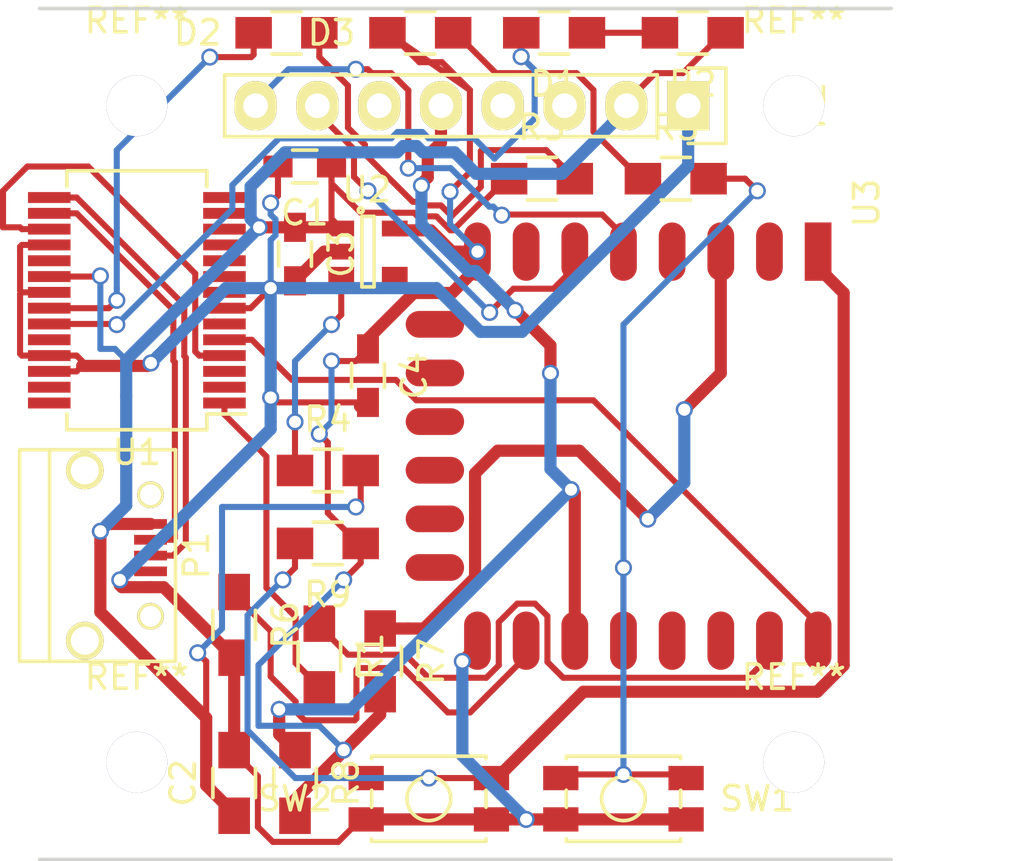
<source format=kicad_pcb>
(kicad_pcb (version 4) (host pcbnew 4.0.0-rc2-stable)

  (general
    (links 56)
    (no_connects 20)
    (area 91.314536 43.575 136.876201 81.77418)
    (thickness 1.6)
    (drawings 2)
    (tracks 418)
    (zones 0)
    (modules 27)
    (nets 51)
  )

  (page A4)
  (layers
    (0 F.Cu signal)
    (31 B.Cu signal)
    (32 B.Adhes user)
    (33 F.Adhes user)
    (34 B.Paste user)
    (35 F.Paste user)
    (36 B.SilkS user)
    (37 F.SilkS user)
    (38 B.Mask user)
    (39 F.Mask user)
    (40 Dwgs.User user)
    (41 Cmts.User user)
    (42 Eco1.User user)
    (43 Eco2.User user)
    (44 Edge.Cuts user)
    (45 Margin user)
    (46 B.CrtYd user)
    (47 F.CrtYd user)
    (48 B.Fab user hide)
    (49 F.Fab user hide)
  )

  (setup
    (last_trace_width 0.25)
    (user_trace_width 0.25)
    (user_trace_width 0.5)
    (trace_clearance 0.2)
    (zone_clearance 0.508)
    (zone_45_only no)
    (trace_min 0.2)
    (segment_width 0.2)
    (edge_width 0.15)
    (via_size 0.7)
    (via_drill 0.5)
    (via_min_size 0.7)
    (via_min_drill 0.5)
    (user_via 0.7 0.5)
    (user_via 1 0.7)
    (uvia_size 0.3)
    (uvia_drill 0.1)
    (uvias_allowed no)
    (uvia_min_size 0.2)
    (uvia_min_drill 0.1)
    (pcb_text_width 0.3)
    (pcb_text_size 1.5 1.5)
    (mod_edge_width 0.15)
    (mod_text_size 1 1)
    (mod_text_width 0.15)
    (pad_size 1.524 1.524)
    (pad_drill 0.762)
    (pad_to_mask_clearance 0.2)
    (aux_axis_origin 0 0)
    (visible_elements FFFFFF7F)
    (pcbplotparams
      (layerselection 0x00030_80000001)
      (usegerberextensions false)
      (excludeedgelayer true)
      (linewidth 0.100000)
      (plotframeref false)
      (viasonmask false)
      (mode 1)
      (useauxorigin false)
      (hpglpennumber 1)
      (hpglpenspeed 20)
      (hpglpendiameter 15)
      (hpglpenoverlay 2)
      (psnegative false)
      (psa4output false)
      (plotreference true)
      (plotvalue true)
      (plotinvisibletext false)
      (padsonsilk false)
      (subtractmaskfromsilk false)
      (outputformat 1)
      (mirror false)
      (drillshape 1)
      (scaleselection 1)
      (outputdirectory ""))
  )

  (net 0 "")
  (net 1 "Net-(U1-Pad9)")
  (net 2 "Net-(U1-Pad10)")
  (net 3 "Net-(U1-Pad11)")
  (net 4 "Net-(U1-Pad12)")
  (net 5 "Net-(U1-Pad13)")
  (net 6 "Net-(U1-Pad14)")
  (net 7 "Net-(U1-Pad2)")
  (net 8 "Net-(U1-Pad3)")
  (net 9 "Net-(U1-Pad6)")
  (net 10 "Net-(U1-Pad17)")
  (net 11 "Net-(U1-Pad19)")
  (net 12 +5V)
  (net 13 GNDPWR)
  (net 14 +3.3VP)
  (net 15 "Net-(D1-Pad1)")
  (net 16 "Net-(D1-Pad2)")
  (net 17 "Net-(D2-Pad1)")
  (net 18 "Net-(D2-Pad2)")
  (net 19 "Net-(D3-Pad1)")
  (net 20 "Net-(P1-Pad2)")
  (net 21 "Net-(P1-Pad3)")
  (net 22 "Net-(P1-Pad4)")
  (net 23 "Net-(P2-Pad3)")
  (net 24 "Net-(P2-Pad4)")
  (net 25 /display/DISP_RST)
  (net 26 "Net-(P2-Pad6)")
  (net 27 /display/DISP_SCL)
  (net 28 /display/DISP_SDA)
  (net 29 /ESP_module/ESP_IN_RXD)
  (net 30 "Net-(R1-Pad2)")
  (net 31 "Net-(R4-Pad1)")
  (net 32 /ESP_module/ESP_GPIO0)
  (net 33 /ESP_module/ESP_GPIO15)
  (net 34 /ESP_module/ESP_CH_PD)
  (net 35 /ESP_module/ESP_RESET)
  (net 36 /ESP_module/ESP_OUT_TXD)
  (net 37 "Net-(U2-Pad4)")
  (net 38 "Net-(U3-Pad9)")
  (net 39 "Net-(U3-Pad10)")
  (net 40 "Net-(U3-Pad11)")
  (net 41 "Net-(U3-Pad12)")
  (net 42 "Net-(U3-Pad13)")
  (net 43 "Net-(U3-Pad14)")
  (net 44 "Net-(U3-Pad2)")
  (net 45 "Net-(U3-Pad4)")
  (net 46 "Net-(U3-Pad7)")
  (net 47 "Net-(U3-Pad19)")
  (net 48 "Net-(U3-Pad20)")
  (net 49 "Net-(U1-Pad27)")
  (net 50 "Net-(U1-Pad28)")

  (net_class Default "This is the default net class."
    (clearance 0.2)
    (trace_width 0.25)
    (via_dia 0.7)
    (via_drill 0.5)
    (uvia_dia 0.3)
    (uvia_drill 0.1)
    (add_net +3.3VP)
    (add_net +5V)
    (add_net /ESP_module/ESP_CH_PD)
    (add_net /ESP_module/ESP_GPIO0)
    (add_net /ESP_module/ESP_GPIO15)
    (add_net /ESP_module/ESP_IN_RXD)
    (add_net /ESP_module/ESP_OUT_TXD)
    (add_net /ESP_module/ESP_RESET)
    (add_net /display/DISP_RST)
    (add_net /display/DISP_SCL)
    (add_net /display/DISP_SDA)
    (add_net GNDPWR)
    (add_net "Net-(D1-Pad1)")
    (add_net "Net-(D1-Pad2)")
    (add_net "Net-(D2-Pad1)")
    (add_net "Net-(D2-Pad2)")
    (add_net "Net-(D3-Pad1)")
    (add_net "Net-(P1-Pad2)")
    (add_net "Net-(P1-Pad3)")
    (add_net "Net-(P1-Pad4)")
    (add_net "Net-(P2-Pad3)")
    (add_net "Net-(P2-Pad4)")
    (add_net "Net-(P2-Pad6)")
    (add_net "Net-(R1-Pad2)")
    (add_net "Net-(R4-Pad1)")
    (add_net "Net-(U1-Pad10)")
    (add_net "Net-(U1-Pad11)")
    (add_net "Net-(U1-Pad12)")
    (add_net "Net-(U1-Pad13)")
    (add_net "Net-(U1-Pad14)")
    (add_net "Net-(U1-Pad17)")
    (add_net "Net-(U1-Pad19)")
    (add_net "Net-(U1-Pad2)")
    (add_net "Net-(U1-Pad27)")
    (add_net "Net-(U1-Pad28)")
    (add_net "Net-(U1-Pad3)")
    (add_net "Net-(U1-Pad6)")
    (add_net "Net-(U1-Pad9)")
    (add_net "Net-(U2-Pad4)")
    (add_net "Net-(U3-Pad10)")
    (add_net "Net-(U3-Pad11)")
    (add_net "Net-(U3-Pad12)")
    (add_net "Net-(U3-Pad13)")
    (add_net "Net-(U3-Pad14)")
    (add_net "Net-(U3-Pad19)")
    (add_net "Net-(U3-Pad2)")
    (add_net "Net-(U3-Pad20)")
    (add_net "Net-(U3-Pad4)")
    (add_net "Net-(U3-Pad7)")
    (add_net "Net-(U3-Pad9)")
  )

  (net_class Large ""
    (clearance 0.4)
    (trace_width 0.5)
    (via_dia 0.7)
    (via_drill 0.5)
    (uvia_dia 0.3)
    (uvia_drill 0.1)
  )

  (module Resistors_SMD:R_0603_HandSoldering (layer F.Cu) (tedit 5418A00F) (tstamp 56427C44)
    (at 106.9 52.5 180)
    (descr "Resistor SMD 0603, hand soldering")
    (tags "resistor 0603")
    (path /563FE165/563FE2C9)
    (attr smd)
    (fp_text reference C1 (at 0 -1.9 180) (layer F.SilkS)
      (effects (font (size 1 1) (thickness 0.15)))
    )
    (fp_text value 100n (at 0 1.9 180) (layer F.Fab)
      (effects (font (size 1 1) (thickness 0.15)))
    )
    (fp_line (start -2 -0.8) (end 2 -0.8) (layer F.CrtYd) (width 0.05))
    (fp_line (start -2 0.8) (end 2 0.8) (layer F.CrtYd) (width 0.05))
    (fp_line (start -2 -0.8) (end -2 0.8) (layer F.CrtYd) (width 0.05))
    (fp_line (start 2 -0.8) (end 2 0.8) (layer F.CrtYd) (width 0.05))
    (fp_line (start 0.5 0.675) (end -0.5 0.675) (layer F.SilkS) (width 0.15))
    (fp_line (start -0.5 -0.675) (end 0.5 -0.675) (layer F.SilkS) (width 0.15))
    (pad 1 smd rect (at -1.1 0 180) (size 1.2 0.9) (layers F.Cu F.Paste F.Mask)
      (net 12 +5V))
    (pad 2 smd rect (at 1.1 0 180) (size 1.2 0.9) (layers F.Cu F.Paste F.Mask)
      (net 13 GNDPWR))
    (model Resistors_SMD.3dshapes/R_0603_HandSoldering.wrl
      (at (xyz 0 0 0))
      (scale (xyz 1 1 1))
      (rotate (xyz 0 0 0))
    )
  )

  (module Resistors_SMD:R_0805_HandSoldering (layer F.Cu) (tedit 54189DEE) (tstamp 56427C4A)
    (at 104 77.85 90)
    (descr "Resistor SMD 0805, hand soldering")
    (tags "resistor 0805")
    (path /563FE165/563FE30A)
    (attr smd)
    (fp_text reference C2 (at 0 -2.1 90) (layer F.SilkS)
      (effects (font (size 1 1) (thickness 0.15)))
    )
    (fp_text value 10u (at 0 2.1 90) (layer F.Fab)
      (effects (font (size 1 1) (thickness 0.15)))
    )
    (fp_line (start -2.4 -1) (end 2.4 -1) (layer F.CrtYd) (width 0.05))
    (fp_line (start -2.4 1) (end 2.4 1) (layer F.CrtYd) (width 0.05))
    (fp_line (start -2.4 -1) (end -2.4 1) (layer F.CrtYd) (width 0.05))
    (fp_line (start 2.4 -1) (end 2.4 1) (layer F.CrtYd) (width 0.05))
    (fp_line (start 0.6 0.875) (end -0.6 0.875) (layer F.SilkS) (width 0.15))
    (fp_line (start -0.6 -0.875) (end 0.6 -0.875) (layer F.SilkS) (width 0.15))
    (pad 1 smd rect (at -1.35 0 90) (size 1.5 1.3) (layers F.Cu F.Paste F.Mask)
      (net 12 +5V))
    (pad 2 smd rect (at 1.35 0 90) (size 1.5 1.3) (layers F.Cu F.Paste F.Mask)
      (net 13 GNDPWR))
    (model Resistors_SMD.3dshapes/R_0805_HandSoldering.wrl
      (at (xyz 0 0 0))
      (scale (xyz 1 1 1))
      (rotate (xyz 0 0 0))
    )
  )

  (module Resistors_SMD:R_0603_HandSoldering (layer F.Cu) (tedit 5418A00F) (tstamp 56427C50)
    (at 106.5 56.1 270)
    (descr "Resistor SMD 0603, hand soldering")
    (tags "resistor 0603")
    (path /564003DD/564016F1)
    (attr smd)
    (fp_text reference C3 (at 0 -1.9 270) (layer F.SilkS)
      (effects (font (size 1 1) (thickness 0.15)))
    )
    (fp_text value 10u (at 0 1.9 270) (layer F.Fab)
      (effects (font (size 1 1) (thickness 0.15)))
    )
    (fp_line (start -2 -0.8) (end 2 -0.8) (layer F.CrtYd) (width 0.05))
    (fp_line (start -2 0.8) (end 2 0.8) (layer F.CrtYd) (width 0.05))
    (fp_line (start -2 -0.8) (end -2 0.8) (layer F.CrtYd) (width 0.05))
    (fp_line (start 2 -0.8) (end 2 0.8) (layer F.CrtYd) (width 0.05))
    (fp_line (start 0.5 0.675) (end -0.5 0.675) (layer F.SilkS) (width 0.15))
    (fp_line (start -0.5 -0.675) (end 0.5 -0.675) (layer F.SilkS) (width 0.15))
    (pad 1 smd rect (at -1.1 0 270) (size 1.2 0.9) (layers F.Cu F.Paste F.Mask)
      (net 12 +5V))
    (pad 2 smd rect (at 1.1 0 270) (size 1.2 0.9) (layers F.Cu F.Paste F.Mask)
      (net 13 GNDPWR))
    (model Resistors_SMD.3dshapes/R_0603_HandSoldering.wrl
      (at (xyz 0 0 0))
      (scale (xyz 1 1 1))
      (rotate (xyz 0 0 0))
    )
  )

  (module Resistors_SMD:R_0603_HandSoldering (layer F.Cu) (tedit 5418A00F) (tstamp 56427C56)
    (at 109.5 61.1 270)
    (descr "Resistor SMD 0603, hand soldering")
    (tags "resistor 0603")
    (path /564003DD/5640053C)
    (attr smd)
    (fp_text reference C4 (at 0 -1.9 270) (layer F.SilkS)
      (effects (font (size 1 1) (thickness 0.15)))
    )
    (fp_text value 10u (at 0 1.9 270) (layer F.Fab)
      (effects (font (size 1 1) (thickness 0.15)))
    )
    (fp_line (start -2 -0.8) (end 2 -0.8) (layer F.CrtYd) (width 0.05))
    (fp_line (start -2 0.8) (end 2 0.8) (layer F.CrtYd) (width 0.05))
    (fp_line (start -2 -0.8) (end -2 0.8) (layer F.CrtYd) (width 0.05))
    (fp_line (start 2 -0.8) (end 2 0.8) (layer F.CrtYd) (width 0.05))
    (fp_line (start 0.5 0.675) (end -0.5 0.675) (layer F.SilkS) (width 0.15))
    (fp_line (start -0.5 -0.675) (end 0.5 -0.675) (layer F.SilkS) (width 0.15))
    (pad 1 smd rect (at -1.1 0 270) (size 1.2 0.9) (layers F.Cu F.Paste F.Mask)
      (net 14 +3.3VP))
    (pad 2 smd rect (at 1.1 0 270) (size 1.2 0.9) (layers F.Cu F.Paste F.Mask)
      (net 13 GNDPWR))
    (model Resistors_SMD.3dshapes/R_0603_HandSoldering.wrl
      (at (xyz 0 0 0))
      (scale (xyz 1 1 1))
      (rotate (xyz 0 0 0))
    )
  )

  (module Resistors_SMD:R_0805_HandSoldering (layer F.Cu) (tedit 54189DEE) (tstamp 56427C5C)
    (at 117.15 47 180)
    (descr "Resistor SMD 0805, hand soldering")
    (tags "resistor 0805")
    (path /563FE165/563FEE17)
    (attr smd)
    (fp_text reference D1 (at 0 -2.1 180) (layer F.SilkS)
      (effects (font (size 1 1) (thickness 0.15)))
    )
    (fp_text value LED (at 0 2.1 180) (layer F.Fab)
      (effects (font (size 1 1) (thickness 0.15)))
    )
    (fp_line (start -2.4 -1) (end 2.4 -1) (layer F.CrtYd) (width 0.05))
    (fp_line (start -2.4 1) (end 2.4 1) (layer F.CrtYd) (width 0.05))
    (fp_line (start -2.4 -1) (end -2.4 1) (layer F.CrtYd) (width 0.05))
    (fp_line (start 2.4 -1) (end 2.4 1) (layer F.CrtYd) (width 0.05))
    (fp_line (start 0.6 0.875) (end -0.6 0.875) (layer F.SilkS) (width 0.15))
    (fp_line (start -0.6 -0.875) (end 0.6 -0.875) (layer F.SilkS) (width 0.15))
    (pad 1 smd rect (at -1.35 0 180) (size 1.5 1.3) (layers F.Cu F.Paste F.Mask)
      (net 15 "Net-(D1-Pad1)"))
    (pad 2 smd rect (at 1.35 0 180) (size 1.5 1.3) (layers F.Cu F.Paste F.Mask)
      (net 16 "Net-(D1-Pad2)"))
    (model Resistors_SMD.3dshapes/R_0805_HandSoldering.wrl
      (at (xyz 0 0 0))
      (scale (xyz 1 1 1))
      (rotate (xyz 0 0 0))
    )
  )

  (module Resistors_SMD:R_0805_HandSoldering (layer F.Cu) (tedit 54189DEE) (tstamp 56427C62)
    (at 106.15 47 180)
    (descr "Resistor SMD 0805, hand soldering")
    (tags "resistor 0805")
    (path /563FE165/563FEAD6)
    (attr smd)
    (fp_text reference D2 (at 3.65 0 180) (layer F.SilkS)
      (effects (font (size 1 1) (thickness 0.15)))
    )
    (fp_text value LED (at 0 2.1 180) (layer F.Fab)
      (effects (font (size 1 1) (thickness 0.15)))
    )
    (fp_line (start -2.4 -1) (end 2.4 -1) (layer F.CrtYd) (width 0.05))
    (fp_line (start -2.4 1) (end 2.4 1) (layer F.CrtYd) (width 0.05))
    (fp_line (start -2.4 -1) (end -2.4 1) (layer F.CrtYd) (width 0.05))
    (fp_line (start 2.4 -1) (end 2.4 1) (layer F.CrtYd) (width 0.05))
    (fp_line (start 0.6 0.875) (end -0.6 0.875) (layer F.SilkS) (width 0.15))
    (fp_line (start -0.6 -0.875) (end 0.6 -0.875) (layer F.SilkS) (width 0.15))
    (pad 1 smd rect (at -1.35 0 180) (size 1.5 1.3) (layers F.Cu F.Paste F.Mask)
      (net 17 "Net-(D2-Pad1)"))
    (pad 2 smd rect (at 1.35 0 180) (size 1.5 1.3) (layers F.Cu F.Paste F.Mask)
      (net 18 "Net-(D2-Pad2)"))
    (model Resistors_SMD.3dshapes/R_0805_HandSoldering.wrl
      (at (xyz 0 0 0))
      (scale (xyz 1 1 1))
      (rotate (xyz 0 0 0))
    )
  )

  (module Resistors_SMD:R_0805_HandSoldering (layer F.Cu) (tedit 54189DEE) (tstamp 56427C68)
    (at 111.65 47 180)
    (descr "Resistor SMD 0805, hand soldering")
    (tags "resistor 0805")
    (path /564003DD/56400825)
    (attr smd)
    (fp_text reference D3 (at 3.65 0 180) (layer F.SilkS)
      (effects (font (size 1 1) (thickness 0.15)))
    )
    (fp_text value LED (at 0 2.1 180) (layer F.Fab)
      (effects (font (size 1 1) (thickness 0.15)))
    )
    (fp_line (start -2.4 -1) (end 2.4 -1) (layer F.CrtYd) (width 0.05))
    (fp_line (start -2.4 1) (end 2.4 1) (layer F.CrtYd) (width 0.05))
    (fp_line (start -2.4 -1) (end -2.4 1) (layer F.CrtYd) (width 0.05))
    (fp_line (start 2.4 -1) (end 2.4 1) (layer F.CrtYd) (width 0.05))
    (fp_line (start 0.6 0.875) (end -0.6 0.875) (layer F.SilkS) (width 0.15))
    (fp_line (start -0.6 -0.875) (end 0.6 -0.875) (layer F.SilkS) (width 0.15))
    (pad 1 smd rect (at -1.35 0 180) (size 1.5 1.3) (layers F.Cu F.Paste F.Mask)
      (net 19 "Net-(D3-Pad1)"))
    (pad 2 smd rect (at 1.35 0 180) (size 1.5 1.3) (layers F.Cu F.Paste F.Mask)
      (net 14 +3.3VP))
    (model Resistors_SMD.3dshapes/R_0805_HandSoldering.wrl
      (at (xyz 0 0 0))
      (scale (xyz 1 1 1))
      (rotate (xyz 0 0 0))
    )
  )

  (module Pin_Headers:Pin_Header_Straight_1x08 (layer F.Cu) (tedit 0) (tstamp 56427C81)
    (at 122.66 50 270)
    (descr "Through hole pin header")
    (tags "pin header")
    (path /564032BC/564032DD)
    (fp_text reference P2 (at 0 -5.1 270) (layer F.SilkS)
      (effects (font (size 1 1) (thickness 0.15)))
    )
    (fp_text value CONN_01X08 (at 0 -3.1 270) (layer F.Fab)
      (effects (font (size 1 1) (thickness 0.15)))
    )
    (fp_line (start -1.75 -1.75) (end -1.75 19.55) (layer F.CrtYd) (width 0.05))
    (fp_line (start 1.75 -1.75) (end 1.75 19.55) (layer F.CrtYd) (width 0.05))
    (fp_line (start -1.75 -1.75) (end 1.75 -1.75) (layer F.CrtYd) (width 0.05))
    (fp_line (start -1.75 19.55) (end 1.75 19.55) (layer F.CrtYd) (width 0.05))
    (fp_line (start 1.27 1.27) (end 1.27 19.05) (layer F.SilkS) (width 0.15))
    (fp_line (start 1.27 19.05) (end -1.27 19.05) (layer F.SilkS) (width 0.15))
    (fp_line (start -1.27 19.05) (end -1.27 1.27) (layer F.SilkS) (width 0.15))
    (fp_line (start 1.55 -1.55) (end 1.55 0) (layer F.SilkS) (width 0.15))
    (fp_line (start 1.27 1.27) (end -1.27 1.27) (layer F.SilkS) (width 0.15))
    (fp_line (start -1.55 0) (end -1.55 -1.55) (layer F.SilkS) (width 0.15))
    (fp_line (start -1.55 -1.55) (end 1.55 -1.55) (layer F.SilkS) (width 0.15))
    (pad 1 thru_hole rect (at 0 0 270) (size 2.032 1.7272) (drill 1.016) (layers *.Cu *.Mask F.SilkS)
      (net 13 GNDPWR))
    (pad 2 thru_hole oval (at 0 2.54 270) (size 2.032 1.7272) (drill 1.016) (layers *.Cu *.Mask F.SilkS)
      (net 12 +5V))
    (pad 3 thru_hole oval (at 0 5.08 270) (size 2.032 1.7272) (drill 1.016) (layers *.Cu *.Mask F.SilkS)
      (net 23 "Net-(P2-Pad3)"))
    (pad 4 thru_hole oval (at 0 7.62 270) (size 2.032 1.7272) (drill 1.016) (layers *.Cu *.Mask F.SilkS)
      (net 24 "Net-(P2-Pad4)"))
    (pad 5 thru_hole oval (at 0 10.16 270) (size 2.032 1.7272) (drill 1.016) (layers *.Cu *.Mask F.SilkS)
      (net 25 /display/DISP_RST))
    (pad 6 thru_hole oval (at 0 12.7 270) (size 2.032 1.7272) (drill 1.016) (layers *.Cu *.Mask F.SilkS)
      (net 26 "Net-(P2-Pad6)"))
    (pad 7 thru_hole oval (at 0 15.24 270) (size 2.032 1.7272) (drill 1.016) (layers *.Cu *.Mask F.SilkS)
      (net 27 /display/DISP_SCL))
    (pad 8 thru_hole oval (at 0 17.78 270) (size 2.032 1.7272) (drill 1.016) (layers *.Cu *.Mask F.SilkS)
      (net 28 /display/DISP_SDA))
    (model Pin_Headers.3dshapes/Pin_Header_Straight_1x08.wrl
      (at (xyz 0 -0.35 0))
      (scale (xyz 1 1 1))
      (rotate (xyz 0 0 90))
    )
  )

  (module Resistors_SMD:R_0805_HandSoldering (layer F.Cu) (tedit 54189DEE) (tstamp 56427C87)
    (at 107.5 72.65 270)
    (descr "Resistor SMD 0805, hand soldering")
    (tags "resistor 0805")
    (path /563FE165/563FF62A)
    (attr smd)
    (fp_text reference R1 (at 0 -2.1 270) (layer F.SilkS)
      (effects (font (size 1 1) (thickness 0.15)))
    )
    (fp_text value 10R (at 0 2.1 270) (layer F.Fab)
      (effects (font (size 1 1) (thickness 0.15)))
    )
    (fp_line (start -2.4 -1) (end 2.4 -1) (layer F.CrtYd) (width 0.05))
    (fp_line (start -2.4 1) (end 2.4 1) (layer F.CrtYd) (width 0.05))
    (fp_line (start -2.4 -1) (end -2.4 1) (layer F.CrtYd) (width 0.05))
    (fp_line (start 2.4 -1) (end 2.4 1) (layer F.CrtYd) (width 0.05))
    (fp_line (start 0.6 0.875) (end -0.6 0.875) (layer F.SilkS) (width 0.15))
    (fp_line (start -0.6 -0.875) (end 0.6 -0.875) (layer F.SilkS) (width 0.15))
    (pad 1 smd rect (at -1.35 0 270) (size 1.5 1.3) (layers F.Cu F.Paste F.Mask)
      (net 29 /ESP_module/ESP_IN_RXD))
    (pad 2 smd rect (at 1.35 0 270) (size 1.5 1.3) (layers F.Cu F.Paste F.Mask)
      (net 30 "Net-(R1-Pad2)"))
    (model Resistors_SMD.3dshapes/R_0805_HandSoldering.wrl
      (at (xyz 0 0 0))
      (scale (xyz 1 1 1))
      (rotate (xyz 0 0 0))
    )
  )

  (module Resistors_SMD:R_0805_HandSoldering (layer F.Cu) (tedit 54189DEE) (tstamp 56427C8D)
    (at 122.85 47 180)
    (descr "Resistor SMD 0805, hand soldering")
    (tags "resistor 0805")
    (path /563FE165/563FEF80)
    (attr smd)
    (fp_text reference R2 (at 0 -2.1 180) (layer F.SilkS)
      (effects (font (size 1 1) (thickness 0.15)))
    )
    (fp_text value 1k (at 0 2.1 180) (layer F.Fab)
      (effects (font (size 1 1) (thickness 0.15)))
    )
    (fp_line (start -2.4 -1) (end 2.4 -1) (layer F.CrtYd) (width 0.05))
    (fp_line (start -2.4 1) (end 2.4 1) (layer F.CrtYd) (width 0.05))
    (fp_line (start -2.4 -1) (end -2.4 1) (layer F.CrtYd) (width 0.05))
    (fp_line (start 2.4 -1) (end 2.4 1) (layer F.CrtYd) (width 0.05))
    (fp_line (start 0.6 0.875) (end -0.6 0.875) (layer F.SilkS) (width 0.15))
    (fp_line (start -0.6 -0.875) (end 0.6 -0.875) (layer F.SilkS) (width 0.15))
    (pad 1 smd rect (at -1.35 0 180) (size 1.5 1.3) (layers F.Cu F.Paste F.Mask)
      (net 12 +5V))
    (pad 2 smd rect (at 1.35 0 180) (size 1.5 1.3) (layers F.Cu F.Paste F.Mask)
      (net 15 "Net-(D1-Pad1)"))
    (model Resistors_SMD.3dshapes/R_0805_HandSoldering.wrl
      (at (xyz 0 0 0))
      (scale (xyz 1 1 1))
      (rotate (xyz 0 0 0))
    )
  )

  (module Resistors_SMD:R_0805_HandSoldering (layer F.Cu) (tedit 54189DEE) (tstamp 56427C93)
    (at 116.65 53)
    (descr "Resistor SMD 0805, hand soldering")
    (tags "resistor 0805")
    (path /563FE165/563FE3C3)
    (attr smd)
    (fp_text reference R3 (at 0 -2.1) (layer F.SilkS)
      (effects (font (size 1 1) (thickness 0.15)))
    )
    (fp_text value 1k (at 0 2.1) (layer F.Fab)
      (effects (font (size 1 1) (thickness 0.15)))
    )
    (fp_line (start -2.4 -1) (end 2.4 -1) (layer F.CrtYd) (width 0.05))
    (fp_line (start -2.4 1) (end 2.4 1) (layer F.CrtYd) (width 0.05))
    (fp_line (start -2.4 -1) (end -2.4 1) (layer F.CrtYd) (width 0.05))
    (fp_line (start 2.4 -1) (end 2.4 1) (layer F.CrtYd) (width 0.05))
    (fp_line (start 0.6 0.875) (end -0.6 0.875) (layer F.SilkS) (width 0.15))
    (fp_line (start -0.6 -0.875) (end 0.6 -0.875) (layer F.SilkS) (width 0.15))
    (pad 1 smd rect (at -1.35 0) (size 1.5 1.3) (layers F.Cu F.Paste F.Mask)
      (net 12 +5V))
    (pad 2 smd rect (at 1.35 0) (size 1.5 1.3) (layers F.Cu F.Paste F.Mask)
      (net 17 "Net-(D2-Pad1)"))
    (model Resistors_SMD.3dshapes/R_0805_HandSoldering.wrl
      (at (xyz 0 0 0))
      (scale (xyz 1 1 1))
      (rotate (xyz 0 0 0))
    )
  )

  (module Resistors_SMD:R_0805_HandSoldering (layer F.Cu) (tedit 54189DEE) (tstamp 56427C99)
    (at 107.85 65)
    (descr "Resistor SMD 0805, hand soldering")
    (tags "resistor 0805")
    (path /564003DD/564004F5)
    (attr smd)
    (fp_text reference R4 (at 0 -2.1) (layer F.SilkS)
      (effects (font (size 1 1) (thickness 0.15)))
    )
    (fp_text value 10k (at 0 2.1) (layer F.Fab)
      (effects (font (size 1 1) (thickness 0.15)))
    )
    (fp_line (start -2.4 -1) (end 2.4 -1) (layer F.CrtYd) (width 0.05))
    (fp_line (start -2.4 1) (end 2.4 1) (layer F.CrtYd) (width 0.05))
    (fp_line (start -2.4 -1) (end -2.4 1) (layer F.CrtYd) (width 0.05))
    (fp_line (start 2.4 -1) (end 2.4 1) (layer F.CrtYd) (width 0.05))
    (fp_line (start 0.6 0.875) (end -0.6 0.875) (layer F.SilkS) (width 0.15))
    (fp_line (start -0.6 -0.875) (end 0.6 -0.875) (layer F.SilkS) (width 0.15))
    (pad 1 smd rect (at -1.35 0) (size 1.5 1.3) (layers F.Cu F.Paste F.Mask)
      (net 31 "Net-(R4-Pad1)"))
    (pad 2 smd rect (at 1.35 0) (size 1.5 1.3) (layers F.Cu F.Paste F.Mask)
      (net 12 +5V))
    (model Resistors_SMD.3dshapes/R_0805_HandSoldering.wrl
      (at (xyz 0 0 0))
      (scale (xyz 1 1 1))
      (rotate (xyz 0 0 0))
    )
  )

  (module Resistors_SMD:R_0805_HandSoldering (layer F.Cu) (tedit 54189DEE) (tstamp 56427C9F)
    (at 122.15 53)
    (descr "Resistor SMD 0805, hand soldering")
    (tags "resistor 0805")
    (path /564003DD/56401422)
    (attr smd)
    (fp_text reference R5 (at 0 -2.1) (layer F.SilkS)
      (effects (font (size 1 1) (thickness 0.15)))
    )
    (fp_text value 10k (at 0 2.1) (layer F.Fab)
      (effects (font (size 1 1) (thickness 0.15)))
    )
    (fp_line (start -2.4 -1) (end 2.4 -1) (layer F.CrtYd) (width 0.05))
    (fp_line (start -2.4 1) (end 2.4 1) (layer F.CrtYd) (width 0.05))
    (fp_line (start -2.4 -1) (end -2.4 1) (layer F.CrtYd) (width 0.05))
    (fp_line (start 2.4 -1) (end 2.4 1) (layer F.CrtYd) (width 0.05))
    (fp_line (start 0.6 0.875) (end -0.6 0.875) (layer F.SilkS) (width 0.15))
    (fp_line (start -0.6 -0.875) (end 0.6 -0.875) (layer F.SilkS) (width 0.15))
    (pad 1 smd rect (at -1.35 0) (size 1.5 1.3) (layers F.Cu F.Paste F.Mask)
      (net 19 "Net-(D3-Pad1)"))
    (pad 2 smd rect (at 1.35 0) (size 1.5 1.3) (layers F.Cu F.Paste F.Mask)
      (net 32 /ESP_module/ESP_GPIO0))
    (model Resistors_SMD.3dshapes/R_0805_HandSoldering.wrl
      (at (xyz 0 0 0))
      (scale (xyz 1 1 1))
      (rotate (xyz 0 0 0))
    )
  )

  (module Resistors_SMD:R_0805_HandSoldering (layer F.Cu) (tedit 54189DEE) (tstamp 56427CA5)
    (at 104 71.35 270)
    (descr "Resistor SMD 0805, hand soldering")
    (tags "resistor 0805")
    (path /564003DD/5640085C)
    (attr smd)
    (fp_text reference R6 (at 0 -2.1 270) (layer F.SilkS)
      (effects (font (size 1 1) (thickness 0.15)))
    )
    (fp_text value 10k (at 0 2.1 270) (layer F.Fab)
      (effects (font (size 1 1) (thickness 0.15)))
    )
    (fp_line (start -2.4 -1) (end 2.4 -1) (layer F.CrtYd) (width 0.05))
    (fp_line (start -2.4 1) (end 2.4 1) (layer F.CrtYd) (width 0.05))
    (fp_line (start -2.4 -1) (end -2.4 1) (layer F.CrtYd) (width 0.05))
    (fp_line (start 2.4 -1) (end 2.4 1) (layer F.CrtYd) (width 0.05))
    (fp_line (start 0.6 0.875) (end -0.6 0.875) (layer F.SilkS) (width 0.15))
    (fp_line (start -0.6 -0.875) (end 0.6 -0.875) (layer F.SilkS) (width 0.15))
    (pad 1 smd rect (at -1.35 0 270) (size 1.5 1.3) (layers F.Cu F.Paste F.Mask)
      (net 33 /ESP_module/ESP_GPIO15))
    (pad 2 smd rect (at 1.35 0 270) (size 1.5 1.3) (layers F.Cu F.Paste F.Mask)
      (net 13 GNDPWR))
    (model Resistors_SMD.3dshapes/R_0805_HandSoldering.wrl
      (at (xyz 0 0 0))
      (scale (xyz 1 1 1))
      (rotate (xyz 0 0 0))
    )
  )

  (module Resistors_SMD:R_0805_HandSoldering (layer F.Cu) (tedit 54189DEE) (tstamp 56427CAB)
    (at 110 72.85 270)
    (descr "Resistor SMD 0805, hand soldering")
    (tags "resistor 0805")
    (path /564003DD/56400A52)
    (attr smd)
    (fp_text reference R7 (at 0 -2.1 270) (layer F.SilkS)
      (effects (font (size 1 1) (thickness 0.15)))
    )
    (fp_text value 10k (at 0 2.1 270) (layer F.Fab)
      (effects (font (size 1 1) (thickness 0.15)))
    )
    (fp_line (start -2.4 -1) (end 2.4 -1) (layer F.CrtYd) (width 0.05))
    (fp_line (start -2.4 1) (end 2.4 1) (layer F.CrtYd) (width 0.05))
    (fp_line (start -2.4 -1) (end -2.4 1) (layer F.CrtYd) (width 0.05))
    (fp_line (start 2.4 -1) (end 2.4 1) (layer F.CrtYd) (width 0.05))
    (fp_line (start 0.6 0.875) (end -0.6 0.875) (layer F.SilkS) (width 0.15))
    (fp_line (start -0.6 -0.875) (end 0.6 -0.875) (layer F.SilkS) (width 0.15))
    (pad 1 smd rect (at -1.35 0 270) (size 1.5 1.3) (layers F.Cu F.Paste F.Mask)
      (net 34 /ESP_module/ESP_CH_PD))
    (pad 2 smd rect (at 1.35 0 270) (size 1.5 1.3) (layers F.Cu F.Paste F.Mask)
      (net 14 +3.3VP))
    (model Resistors_SMD.3dshapes/R_0805_HandSoldering.wrl
      (at (xyz 0 0 0))
      (scale (xyz 1 1 1))
      (rotate (xyz 0 0 0))
    )
  )

  (module Resistors_SMD:R_0805_HandSoldering (layer F.Cu) (tedit 54189DEE) (tstamp 56427CB1)
    (at 106.5 77.85 270)
    (descr "Resistor SMD 0805, hand soldering")
    (tags "resistor 0805")
    (path /564003DD/56400DD6)
    (attr smd)
    (fp_text reference R8 (at 0 -2.1 270) (layer F.SilkS)
      (effects (font (size 1 1) (thickness 0.15)))
    )
    (fp_text value 10k (at 0 2.1 270) (layer F.Fab)
      (effects (font (size 1 1) (thickness 0.15)))
    )
    (fp_line (start -2.4 -1) (end 2.4 -1) (layer F.CrtYd) (width 0.05))
    (fp_line (start -2.4 1) (end 2.4 1) (layer F.CrtYd) (width 0.05))
    (fp_line (start -2.4 -1) (end -2.4 1) (layer F.CrtYd) (width 0.05))
    (fp_line (start 2.4 -1) (end 2.4 1) (layer F.CrtYd) (width 0.05))
    (fp_line (start 0.6 0.875) (end -0.6 0.875) (layer F.SilkS) (width 0.15))
    (fp_line (start -0.6 -0.875) (end 0.6 -0.875) (layer F.SilkS) (width 0.15))
    (pad 1 smd rect (at -1.35 0 270) (size 1.5 1.3) (layers F.Cu F.Paste F.Mask)
      (net 25 /display/DISP_RST))
    (pad 2 smd rect (at 1.35 0 270) (size 1.5 1.3) (layers F.Cu F.Paste F.Mask)
      (net 14 +3.3VP))
    (model Resistors_SMD.3dshapes/R_0805_HandSoldering.wrl
      (at (xyz 0 0 0))
      (scale (xyz 1 1 1))
      (rotate (xyz 0 0 0))
    )
  )

  (module Resistors_SMD:R_0805_HandSoldering (layer F.Cu) (tedit 54189DEE) (tstamp 56427CB7)
    (at 107.85 68 180)
    (descr "Resistor SMD 0805, hand soldering")
    (tags "resistor 0805")
    (path /564003DD/56400EB2)
    (attr smd)
    (fp_text reference R9 (at 0 -2.1 180) (layer F.SilkS)
      (effects (font (size 1 1) (thickness 0.15)))
    )
    (fp_text value 10k (at 0 2.1 180) (layer F.Fab)
      (effects (font (size 1 1) (thickness 0.15)))
    )
    (fp_line (start -2.4 -1) (end 2.4 -1) (layer F.CrtYd) (width 0.05))
    (fp_line (start -2.4 1) (end 2.4 1) (layer F.CrtYd) (width 0.05))
    (fp_line (start -2.4 -1) (end -2.4 1) (layer F.CrtYd) (width 0.05))
    (fp_line (start 2.4 -1) (end 2.4 1) (layer F.CrtYd) (width 0.05))
    (fp_line (start 0.6 0.875) (end -0.6 0.875) (layer F.SilkS) (width 0.15))
    (fp_line (start -0.6 -0.875) (end 0.6 -0.875) (layer F.SilkS) (width 0.15))
    (pad 1 smd rect (at -1.35 0 180) (size 1.5 1.3) (layers F.Cu F.Paste F.Mask)
      (net 14 +3.3VP))
    (pad 2 smd rect (at 1.35 0 180) (size 1.5 1.3) (layers F.Cu F.Paste F.Mask)
      (net 35 /ESP_module/ESP_RESET))
    (model Resistors_SMD.3dshapes/R_0805_HandSoldering.wrl
      (at (xyz 0 0 0))
      (scale (xyz 1 1 1))
      (rotate (xyz 0 0 0))
    )
  )

  (module Housings_SOT-23_SOT-143_TSOT-6:SOT-23-5 (layer F.Cu) (tedit 55360473) (tstamp 56427CD0)
    (at 109.5 56)
    (descr "5-pin SOT23 package")
    (tags SOT-23-5)
    (path /564003DD/5640064F)
    (attr smd)
    (fp_text reference U2 (at -0.05 -2.55) (layer F.SilkS)
      (effects (font (size 1 1) (thickness 0.15)))
    )
    (fp_text value APE8865Y5-33-HF-3 (at -0.05 2.35) (layer F.Fab)
      (effects (font (size 1 1) (thickness 0.15)))
    )
    (fp_line (start -1.8 -1.6) (end 1.8 -1.6) (layer F.CrtYd) (width 0.05))
    (fp_line (start 1.8 -1.6) (end 1.8 1.6) (layer F.CrtYd) (width 0.05))
    (fp_line (start 1.8 1.6) (end -1.8 1.6) (layer F.CrtYd) (width 0.05))
    (fp_line (start -1.8 1.6) (end -1.8 -1.6) (layer F.CrtYd) (width 0.05))
    (fp_circle (center -0.3 -1.7) (end -0.2 -1.7) (layer F.SilkS) (width 0.15))
    (fp_line (start 0.25 -1.45) (end -0.25 -1.45) (layer F.SilkS) (width 0.15))
    (fp_line (start 0.25 1.45) (end 0.25 -1.45) (layer F.SilkS) (width 0.15))
    (fp_line (start -0.25 1.45) (end 0.25 1.45) (layer F.SilkS) (width 0.15))
    (fp_line (start -0.25 -1.45) (end -0.25 1.45) (layer F.SilkS) (width 0.15))
    (pad 1 smd rect (at -1.1 -0.95) (size 1.06 0.65) (layers F.Cu F.Paste F.Mask)
      (net 12 +5V))
    (pad 2 smd rect (at -1.1 0) (size 1.06 0.65) (layers F.Cu F.Paste F.Mask)
      (net 13 GNDPWR))
    (pad 3 smd rect (at -1.1 0.95) (size 1.06 0.65) (layers F.Cu F.Paste F.Mask)
      (net 31 "Net-(R4-Pad1)"))
    (pad 4 smd rect (at 1.1 0.95) (size 1.06 0.65) (layers F.Cu F.Paste F.Mask)
      (net 37 "Net-(U2-Pad4)"))
    (pad 5 smd rect (at 1.1 -0.95) (size 1.06 0.65) (layers F.Cu F.Paste F.Mask)
      (net 14 +3.3VP))
    (model Housings_SOT-23_SOT-143_TSOT-6.3dshapes/SOT-23-5.wrl
      (at (xyz 0 0 0))
      (scale (xyz 0.11 0.11 0.11))
      (rotate (xyz 0 0 90))
    )
  )

  (module ESP8266:ESP-12E (layer F.Cu) (tedit 559F8D21) (tstamp 56427CEA)
    (at 128 56 270)
    (descr "Module, ESP-8266, ESP-12, 16 pad, SMD")
    (tags "Module ESP-8266 ESP8266")
    (path /564003DD/5640040A)
    (fp_text reference U3 (at -2 -2 270) (layer F.SilkS)
      (effects (font (size 1 1) (thickness 0.15)))
    )
    (fp_text value ESP-12E (at 8 1 270) (layer F.Fab)
      (effects (font (size 1 1) (thickness 0.15)))
    )
    (fp_line (start 16 -8.4) (end 0 -2.6) (layer F.CrtYd) (width 0.1524))
    (fp_line (start 0 -8.4) (end 16 -2.6) (layer F.CrtYd) (width 0.1524))
    (fp_text user "No Copper" (at 7.9 -5.4 270) (layer F.CrtYd)
      (effects (font (size 1 1) (thickness 0.15)))
    )
    (fp_line (start 0 -8.4) (end 0 -2.6) (layer F.CrtYd) (width 0.1524))
    (fp_line (start 0 -2.6) (end 16 -2.6) (layer F.CrtYd) (width 0.1524))
    (fp_line (start 16 -2.6) (end 16 -8.4) (layer F.CrtYd) (width 0.1524))
    (fp_line (start 16 -8.4) (end 0 -8.4) (layer F.CrtYd) (width 0.1524))
    (fp_line (start 16 -8.4) (end 16 15.6) (layer F.Fab) (width 0.1524))
    (fp_line (start 16 15.6) (end 0 15.6) (layer F.Fab) (width 0.1524))
    (fp_line (start 0 15.6) (end 0 -8.4) (layer F.Fab) (width 0.1524))
    (fp_line (start 0 -8.4) (end 16 -8.4) (layer F.Fab) (width 0.1524))
    (pad 9 smd oval (at 2.99 15.75) (size 2.4 1.1) (layers F.Cu F.Paste F.Mask)
      (net 38 "Net-(U3-Pad9)"))
    (pad 10 smd oval (at 4.99 15.75) (size 2.4 1.1) (layers F.Cu F.Paste F.Mask)
      (net 39 "Net-(U3-Pad10)"))
    (pad 11 smd oval (at 6.99 15.75) (size 2.4 1.1) (layers F.Cu F.Paste F.Mask)
      (net 40 "Net-(U3-Pad11)"))
    (pad 12 smd oval (at 8.99 15.75) (size 2.4 1.1) (layers F.Cu F.Paste F.Mask)
      (net 41 "Net-(U3-Pad12)"))
    (pad 13 smd oval (at 10.99 15.75) (size 2.4 1.1) (layers F.Cu F.Paste F.Mask)
      (net 42 "Net-(U3-Pad13)"))
    (pad 14 smd oval (at 12.99 15.75) (size 2.4 1.1) (layers F.Cu F.Paste F.Mask)
      (net 43 "Net-(U3-Pad14)"))
    (pad 1 smd rect (at 0 0 270) (size 2.4 1.1) (layers F.Cu F.Paste F.Mask)
      (net 35 /ESP_module/ESP_RESET))
    (pad 2 smd oval (at 0 2 270) (size 2.4 1.1) (layers F.Cu F.Paste F.Mask)
      (net 44 "Net-(U3-Pad2)"))
    (pad 3 smd oval (at 0 4 270) (size 2.4 1.1) (layers F.Cu F.Paste F.Mask)
      (net 34 /ESP_module/ESP_CH_PD))
    (pad 4 smd oval (at 0 6 270) (size 2.4 1.1) (layers F.Cu F.Paste F.Mask)
      (net 45 "Net-(U3-Pad4)"))
    (pad 5 smd oval (at 0 8 270) (size 2.4 1.1) (layers F.Cu F.Paste F.Mask)
      (net 28 /display/DISP_SDA))
    (pad 6 smd oval (at 0 10 270) (size 2.4 1.1) (layers F.Cu F.Paste F.Mask)
      (net 27 /display/DISP_SCL))
    (pad 7 smd oval (at 0 12 270) (size 2.4 1.1) (layers F.Cu F.Paste F.Mask)
      (net 46 "Net-(U3-Pad7)"))
    (pad 8 smd oval (at 0 14 270) (size 2.4 1.1) (layers F.Cu F.Paste F.Mask)
      (net 14 +3.3VP))
    (pad 15 smd oval (at 16 14 270) (size 2.4 1.1) (layers F.Cu F.Paste F.Mask)
      (net 13 GNDPWR))
    (pad 16 smd oval (at 16 12 270) (size 2.4 1.1) (layers F.Cu F.Paste F.Mask)
      (net 33 /ESP_module/ESP_GPIO15))
    (pad 17 smd oval (at 16 10 270) (size 2.4 1.1) (layers F.Cu F.Paste F.Mask)
      (net 25 /display/DISP_RST))
    (pad 18 smd oval (at 16 8 270) (size 2.4 1.1) (layers F.Cu F.Paste F.Mask)
      (net 32 /ESP_module/ESP_GPIO0))
    (pad 19 smd oval (at 16 6 270) (size 2.4 1.1) (layers F.Cu F.Paste F.Mask)
      (net 47 "Net-(U3-Pad19)"))
    (pad 20 smd oval (at 16 4 270) (size 2.4 1.1) (layers F.Cu F.Paste F.Mask)
      (net 48 "Net-(U3-Pad20)"))
    (pad 21 smd oval (at 16 2 270) (size 2.4 1.1) (layers F.Cu F.Paste F.Mask)
      (net 29 /ESP_module/ESP_IN_RXD))
    (pad 22 smd oval (at 16 0 270) (size 2.4 1.1) (layers F.Cu F.Paste F.Mask)
      (net 36 /ESP_module/ESP_OUT_TXD))
  )

  (module Housings_SSOP:SSOP-28_5.3x10.2mm_Pitch0.65mm (layer F.Cu) (tedit 54130A77) (tstamp 56427D81)
    (at 100 58 180)
    (descr "28-Lead Plastic Shrink Small Outline (SS)-5.30 mm Body [SSOP] (see Microchip Packaging Specification 00000049BS.pdf)")
    (tags "SSOP 0.65")
    (path /563FE165/563FE286)
    (attr smd)
    (fp_text reference U1 (at 0 -6.25 180) (layer F.SilkS)
      (effects (font (size 1 1) (thickness 0.15)))
    )
    (fp_text value FT232RL (at 0 6.25 180) (layer F.Fab)
      (effects (font (size 1 1) (thickness 0.15)))
    )
    (fp_line (start -4.75 -5.5) (end -4.75 5.5) (layer F.CrtYd) (width 0.05))
    (fp_line (start 4.75 -5.5) (end 4.75 5.5) (layer F.CrtYd) (width 0.05))
    (fp_line (start -4.75 -5.5) (end 4.75 -5.5) (layer F.CrtYd) (width 0.05))
    (fp_line (start -4.75 5.5) (end 4.75 5.5) (layer F.CrtYd) (width 0.05))
    (fp_line (start -2.875 -5.325) (end -2.875 -4.675) (layer F.SilkS) (width 0.15))
    (fp_line (start 2.875 -5.325) (end 2.875 -4.675) (layer F.SilkS) (width 0.15))
    (fp_line (start 2.875 5.325) (end 2.875 4.675) (layer F.SilkS) (width 0.15))
    (fp_line (start -2.875 5.325) (end -2.875 4.675) (layer F.SilkS) (width 0.15))
    (fp_line (start -2.875 -5.325) (end 2.875 -5.325) (layer F.SilkS) (width 0.15))
    (fp_line (start -2.875 5.325) (end 2.875 5.325) (layer F.SilkS) (width 0.15))
    (fp_line (start -2.875 -4.675) (end -4.475 -4.675) (layer F.SilkS) (width 0.15))
    (pad 1 smd rect (at -3.6 -4.225 180) (size 1.75 0.45) (layers F.Cu F.Paste F.Mask)
      (net 30 "Net-(R1-Pad2)"))
    (pad 2 smd rect (at -3.6 -3.575 180) (size 1.75 0.45) (layers F.Cu F.Paste F.Mask)
      (net 7 "Net-(U1-Pad2)"))
    (pad 3 smd rect (at -3.6 -2.925 180) (size 1.75 0.45) (layers F.Cu F.Paste F.Mask)
      (net 8 "Net-(U1-Pad3)"))
    (pad 4 smd rect (at -3.6 -2.275 180) (size 1.75 0.45) (layers F.Cu F.Paste F.Mask)
      (net 10 "Net-(U1-Pad17)"))
    (pad 5 smd rect (at -3.6 -1.625 180) (size 1.75 0.45) (layers F.Cu F.Paste F.Mask)
      (net 36 /ESP_module/ESP_OUT_TXD))
    (pad 6 smd rect (at -3.6 -0.975 180) (size 1.75 0.45) (layers F.Cu F.Paste F.Mask)
      (net 9 "Net-(U1-Pad6)"))
    (pad 7 smd rect (at -3.6 -0.325 180) (size 1.75 0.45) (layers F.Cu F.Paste F.Mask)
      (net 13 GNDPWR))
    (pad 8 smd rect (at -3.6 0.325 180) (size 1.75 0.45) (layers F.Cu F.Paste F.Mask))
    (pad 9 smd rect (at -3.6 0.975 180) (size 1.75 0.45) (layers F.Cu F.Paste F.Mask)
      (net 1 "Net-(U1-Pad9)"))
    (pad 10 smd rect (at -3.6 1.625 180) (size 1.75 0.45) (layers F.Cu F.Paste F.Mask)
      (net 2 "Net-(U1-Pad10)"))
    (pad 11 smd rect (at -3.6 2.275 180) (size 1.75 0.45) (layers F.Cu F.Paste F.Mask)
      (net 3 "Net-(U1-Pad11)"))
    (pad 12 smd rect (at -3.6 2.925 180) (size 1.75 0.45) (layers F.Cu F.Paste F.Mask)
      (net 4 "Net-(U1-Pad12)"))
    (pad 13 smd rect (at -3.6 3.575 180) (size 1.75 0.45) (layers F.Cu F.Paste F.Mask)
      (net 5 "Net-(U1-Pad13)"))
    (pad 14 smd rect (at -3.6 4.225 180) (size 1.75 0.45) (layers F.Cu F.Paste F.Mask)
      (net 6 "Net-(U1-Pad14)"))
    (pad 15 smd rect (at 3.6 4.225 180) (size 1.75 0.45) (layers F.Cu F.Paste F.Mask)
      (net 21 "Net-(P1-Pad3)"))
    (pad 16 smd rect (at 3.6 3.575 180) (size 1.75 0.45) (layers F.Cu F.Paste F.Mask)
      (net 20 "Net-(P1-Pad2)"))
    (pad 17 smd rect (at 3.6 2.925 180) (size 1.75 0.45) (layers F.Cu F.Paste F.Mask)
      (net 10 "Net-(U1-Pad17)"))
    (pad 18 smd rect (at 3.6 2.275 180) (size 1.75 0.45) (layers F.Cu F.Paste F.Mask)
      (net 13 GNDPWR))
    (pad 19 smd rect (at 3.6 1.625 180) (size 1.75 0.45) (layers F.Cu F.Paste F.Mask)
      (net 11 "Net-(U1-Pad19)"))
    (pad 20 smd rect (at 3.6 0.975 180) (size 1.75 0.45) (layers F.Cu F.Paste F.Mask)
      (net 12 +5V))
    (pad 21 smd rect (at 3.6 0.325 180) (size 1.75 0.45) (layers F.Cu F.Paste F.Mask)
      (net 13 GNDPWR))
    (pad 22 smd rect (at 3.6 -0.325 180) (size 1.75 0.45) (layers F.Cu F.Paste F.Mask)
      (net 18 "Net-(D2-Pad2)"))
    (pad 23 smd rect (at 3.6 -0.975 180) (size 1.75 0.45) (layers F.Cu F.Paste F.Mask)
      (net 16 "Net-(D1-Pad2)"))
    (pad 24 smd rect (at 3.6 -1.625 180) (size 1.75 0.45) (layers F.Cu F.Paste F.Mask))
    (pad 25 smd rect (at 3.6 -2.275 180) (size 1.75 0.45) (layers F.Cu F.Paste F.Mask)
      (net 13 GNDPWR))
    (pad 26 smd rect (at 3.6 -2.925 180) (size 1.75 0.45) (layers F.Cu F.Paste F.Mask)
      (net 13 GNDPWR))
    (pad 27 smd rect (at 3.6 -3.575 180) (size 1.75 0.45) (layers F.Cu F.Paste F.Mask)
      (net 49 "Net-(U1-Pad27)"))
    (pad 28 smd rect (at 3.6 -4.225 180) (size 1.75 0.45) (layers F.Cu F.Paste F.Mask)
      (net 50 "Net-(U1-Pad28)"))
    (model Housings_SSOP.3dshapes/SSOP-28_5.3x10.2mm_Pitch0.65mm.wrl
      (at (xyz 0 0 0))
      (scale (xyz 1 1 1))
      (rotate (xyz 0 0 0))
    )
  )

  (module Mounting_Holes:MountingHole_2-5mm (layer F.Cu) (tedit 0) (tstamp 56427E99)
    (at 100 50)
    (descr "Mounting hole, Befestigungsbohrung, 2,5mm, No Annular, Kein Restring,")
    (tags "Mounting hole, Befestigungsbohrung, 2,5mm, No Annular, Kein Restring,")
    (fp_text reference REF** (at 0 -3.50012) (layer F.SilkS)
      (effects (font (size 1 1) (thickness 0.15)))
    )
    (fp_text value MountingHole_2-5mm (at 0.09906 3.59918) (layer F.Fab)
      (effects (font (size 1 1) (thickness 0.15)))
    )
    (fp_circle (center 0 0) (end 2.5 0) (layer Cmts.User) (width 0.381))
    (pad 1 thru_hole circle (at 0 0) (size 2.5 2.5) (drill 2.5) (layers))
  )

  (module Mounting_Holes:MountingHole_2-5mm (layer F.Cu) (tedit 0) (tstamp 56427E9A)
    (at 127 50)
    (descr "Mounting hole, Befestigungsbohrung, 2,5mm, No Annular, Kein Restring,")
    (tags "Mounting hole, Befestigungsbohrung, 2,5mm, No Annular, Kein Restring,")
    (fp_text reference REF** (at 0 -3.50012) (layer F.SilkS)
      (effects (font (size 1 1) (thickness 0.15)))
    )
    (fp_text value MountingHole_2-5mm (at 0.09906 3.59918) (layer F.Fab)
      (effects (font (size 1 1) (thickness 0.15)))
    )
    (fp_circle (center 0 0) (end 2.5 0) (layer Cmts.User) (width 0.381))
    (pad 1 thru_hole circle (at 0 0) (size 2.5 2.5) (drill 2.5) (layers))
  )

  (module Mounting_Holes:MountingHole_2-5mm (layer F.Cu) (tedit 0) (tstamp 56427E9B)
    (at 100 77)
    (descr "Mounting hole, Befestigungsbohrung, 2,5mm, No Annular, Kein Restring,")
    (tags "Mounting hole, Befestigungsbohrung, 2,5mm, No Annular, Kein Restring,")
    (fp_text reference REF** (at 0 -3.50012) (layer F.SilkS)
      (effects (font (size 1 1) (thickness 0.15)))
    )
    (fp_text value MountingHole_2-5mm (at 0.09906 3.59918) (layer F.Fab)
      (effects (font (size 1 1) (thickness 0.15)))
    )
    (fp_circle (center 0 0) (end 2.5 0) (layer Cmts.User) (width 0.381))
    (pad 1 thru_hole circle (at 0 0) (size 2.5 2.5) (drill 2.5) (layers))
  )

  (module Mounting_Holes:MountingHole_2-5mm (layer F.Cu) (tedit 0) (tstamp 56427E9C)
    (at 127 77)
    (descr "Mounting hole, Befestigungsbohrung, 2,5mm, No Annular, Kein Restring,")
    (tags "Mounting hole, Befestigungsbohrung, 2,5mm, No Annular, Kein Restring,")
    (fp_text reference REF** (at 0 -3.50012) (layer F.SilkS)
      (effects (font (size 1 1) (thickness 0.15)))
    )
    (fp_text value MountingHole_2-5mm (at 0.09906 3.59918) (layer F.Fab)
      (effects (font (size 1 1) (thickness 0.15)))
    )
    (fp_circle (center 0 0) (end 2.5 0) (layer Cmts.User) (width 0.381))
    (pad 1 thru_hole circle (at 0 0) (size 2.5 2.5) (drill 2.5) (layers))
  )

  (module EVQP2:SW_SPST_EVQP2 (layer F.Cu) (tedit 56492203) (tstamp 56427CBF)
    (at 120 78.5 180)
    (descr "Light Touch Switch")
    (path /564003DD/56401146)
    (attr smd)
    (fp_text reference SW1 (at -5.5 0 180) (layer F.SilkS)
      (effects (font (size 1 1) (thickness 0.15)))
    )
    (fp_text value SW_PUSH (at 0 0 180) (layer F.Fab)
      (effects (font (size 1 1) (thickness 0.15)))
    )
    (fp_line (start -3.55 -2) (end 3.55 -2) (layer F.CrtYd) (width 0.05))
    (fp_line (start 3.55 -2) (end 3.55 2) (layer F.CrtYd) (width 0.05))
    (fp_line (start 3.55 2) (end -3.55 2) (layer F.CrtYd) (width 0.05))
    (fp_line (start -3.55 2) (end -3.55 -2) (layer F.CrtYd) (width 0.05))
    (fp_line (start 2.35 -1.75) (end 2.35 -1.65) (layer F.SilkS) (width 0.15))
    (fp_line (start 2.35 1.75) (end 2.35 1.65) (layer F.SilkS) (width 0.15))
    (fp_line (start -2.35 1.65) (end -2.35 1.75) (layer F.SilkS) (width 0.15))
    (fp_line (start -2.35 -1.75) (end -2.35 -1.65) (layer F.SilkS) (width 0.15))
    (fp_line (start -2.35 -0.35) (end -2.35 0.35) (layer F.SilkS) (width 0.15))
    (fp_line (start 2.35 -0.35) (end 2.35 0.35) (layer F.SilkS) (width 0.15))
    (fp_line (start 2.35 -1.75) (end -2.35 -1.75) (layer F.SilkS) (width 0.15))
    (fp_line (start -2.35 1.75) (end 2.35 1.75) (layer F.SilkS) (width 0.15))
    (fp_circle (center 0 0) (end 0.9 0) (layer F.SilkS) (width 0.15))
    (pad 1 smd rect (at 2.575 -0.85 180) (size 1.45 1) (layers F.Cu F.Paste F.Mask)
      (net 13 GNDPWR))
    (pad 1 smd rect (at -2.575 -0.85 180) (size 1.45 1) (layers F.Cu F.Paste F.Mask)
      (net 13 GNDPWR))
    (pad 2 smd rect (at -2.575 0.85 180) (size 1.45 1) (layers F.Cu F.Paste F.Mask)
      (net 32 /ESP_module/ESP_GPIO0))
    (pad 2 smd rect (at 2.575 0.85 180) (size 1.45 1) (layers F.Cu F.Paste F.Mask)
      (net 32 /ESP_module/ESP_GPIO0))
  )

  (module EVQP2:SW_SPST_EVQP2 (layer F.Cu) (tedit 56492203) (tstamp 56495432)
    (at 112 78.5 180)
    (descr "Light Touch Switch")
    (path /564003DD/5640045D)
    (attr smd)
    (fp_text reference SW2 (at 5.5 0 180) (layer F.SilkS)
      (effects (font (size 1 1) (thickness 0.15)))
    )
    (fp_text value SW_PUSH (at 0 0 180) (layer F.Fab)
      (effects (font (size 1 1) (thickness 0.15)))
    )
    (fp_line (start -3.55 -2) (end 3.55 -2) (layer F.CrtYd) (width 0.05))
    (fp_line (start 3.55 -2) (end 3.55 2) (layer F.CrtYd) (width 0.05))
    (fp_line (start 3.55 2) (end -3.55 2) (layer F.CrtYd) (width 0.05))
    (fp_line (start -3.55 2) (end -3.55 -2) (layer F.CrtYd) (width 0.05))
    (fp_line (start 2.35 -1.75) (end 2.35 -1.65) (layer F.SilkS) (width 0.15))
    (fp_line (start 2.35 1.75) (end 2.35 1.65) (layer F.SilkS) (width 0.15))
    (fp_line (start -2.35 1.65) (end -2.35 1.75) (layer F.SilkS) (width 0.15))
    (fp_line (start -2.35 -1.75) (end -2.35 -1.65) (layer F.SilkS) (width 0.15))
    (fp_line (start -2.35 -0.35) (end -2.35 0.35) (layer F.SilkS) (width 0.15))
    (fp_line (start 2.35 -0.35) (end 2.35 0.35) (layer F.SilkS) (width 0.15))
    (fp_line (start 2.35 -1.75) (end -2.35 -1.75) (layer F.SilkS) (width 0.15))
    (fp_line (start -2.35 1.75) (end 2.35 1.75) (layer F.SilkS) (width 0.15))
    (fp_circle (center 0 0) (end 0.9 0) (layer F.SilkS) (width 0.15))
    (pad 1 smd rect (at 2.575 -0.85 180) (size 1.45 1) (layers F.Cu F.Paste F.Mask)
      (net 13 GNDPWR))
    (pad 1 smd rect (at -2.575 -0.85 180) (size 1.45 1) (layers F.Cu F.Paste F.Mask)
      (net 13 GNDPWR))
    (pad 2 smd rect (at -2.575 0.85 180) (size 1.45 1) (layers F.Cu F.Paste F.Mask)
      (net 35 /ESP_module/ESP_RESET))
    (pad 2 smd rect (at 2.575 0.85 180) (size 1.45 1) (layers F.Cu F.Paste F.Mask)
      (net 35 /ESP_module/ESP_RESET))
  )

  (module usb:USB_Micro-B (layer F.Cu) (tedit 56492B75) (tstamp 56492EAF)
    (at 99 68.5 270)
    (descr "Micro USB Type B Receptacle")
    (tags "USB USB_B USB_micro USB_OTG")
    (path /563FE165/563FE402)
    (attr smd)
    (fp_text reference P1 (at 0 -3.45 270) (layer F.SilkS)
      (effects (font (size 1 1) (thickness 0.15)))
    )
    (fp_text value USB_OTG (at 0 4.8 270) (layer F.Fab)
      (effects (font (size 1 1) (thickness 0.15)))
    )
    (fp_line (start -4.6 -2.8) (end 4.6 -2.8) (layer F.CrtYd) (width 0.05))
    (fp_line (start 4.6 -2.8) (end 4.6 4.05) (layer F.CrtYd) (width 0.05))
    (fp_line (start 4.6 4.05) (end -4.6 4.05) (layer F.CrtYd) (width 0.05))
    (fp_line (start -4.6 4.05) (end -4.6 -2.8) (layer F.CrtYd) (width 0.05))
    (fp_line (start -4.3509 3.81746) (end 4.3491 3.81746) (layer F.SilkS) (width 0.15))
    (fp_line (start -4.3509 -2.58754) (end 4.3491 -2.58754) (layer F.SilkS) (width 0.15))
    (fp_line (start 4.3491 -2.58754) (end 4.3491 3.81746) (layer F.SilkS) (width 0.15))
    (fp_line (start 4.3491 2.58746) (end -4.3509 2.58746) (layer F.SilkS) (width 0.15))
    (fp_line (start -4.3509 3.81746) (end -4.3509 -2.58754) (layer F.SilkS) (width 0.15))
    (pad 1 smd rect (at -1.3009 -1.56254) (size 1.35 0.4) (layers F.Cu F.Paste F.Mask)
      (net 12 +5V))
    (pad 2 smd rect (at -0.6509 -1.56254) (size 1.35 0.4) (layers F.Cu F.Paste F.Mask)
      (net 20 "Net-(P1-Pad2)"))
    (pad 3 smd rect (at -0.0009 -1.56254) (size 1.35 0.4) (layers F.Cu F.Paste F.Mask)
      (net 21 "Net-(P1-Pad3)"))
    (pad 4 smd rect (at 0.6491 -1.56254) (size 1.35 0.4) (layers F.Cu F.Paste F.Mask)
      (net 22 "Net-(P1-Pad4)"))
    (pad 5 smd rect (at 1.2991 -1.56254) (size 1.35 0.4) (layers F.Cu F.Paste F.Mask)
      (net 13 GNDPWR))
    (pad 6 thru_hole circle (at -2.5009 -1.56254) (size 1.1 1.1) (drill 0.85) (layers *.Cu *.Mask F.SilkS))
    (pad 6 thru_hole circle (at 2.4991 -1.56254) (size 1.1 1.1) (drill 0.85) (layers *.Cu *.Mask F.SilkS))
    (pad 6 thru_hole circle (at -3.5009 1.13746) (size 1.55 1.55) (drill 1.15) (layers *.Cu *.Mask F.SilkS))
    (pad 6 thru_hole circle (at 3.4991 1.13746) (size 1.55 1.55) (drill 1.15) (layers *.Cu *.Mask F.SilkS))
  )

  (gr_line (start 131 81) (end 96 81) (layer Edge.Cuts) (width 0.15))
  (gr_line (start 96 46) (end 131 46) (angle 90) (layer Edge.Cuts) (width 0.15))

  (segment (start 98 52.5) (end 102.399999 56.899999) (width 0.25) (layer F.Cu) (net 10))
  (segment (start 102.399999 56.899999) (end 102.399999 60.110001) (width 0.25) (layer F.Cu) (net 10))
  (segment (start 102.399999 60.110001) (end 102.564998 60.275) (width 0.25) (layer F.Cu) (net 10))
  (segment (start 102.564998 60.275) (end 103.6 60.275) (width 0.25) (layer F.Cu) (net 10))
  (segment (start 95.5 52.5) (end 98 52.5) (width 0.25) (layer F.Cu) (net 10))
  (segment (start 94.5 53.5) (end 95.5 52.5) (width 0.25) (layer F.Cu) (net 10))
  (segment (start 94.5 55) (end 94.5 53.5) (width 0.25) (layer F.Cu) (net 10))
  (segment (start 95.2 55) (end 94.5 55) (width 0.25) (layer F.Cu) (net 10))
  (segment (start 96.4 55.075) (end 95.275 55.075) (width 0.25) (layer F.Cu) (net 10))
  (segment (start 95.275 55.075) (end 95.2 55) (width 0.25) (layer F.Cu) (net 10))
  (segment (start 102.5 72.5) (end 102.85 72.85) (width 0.25) (layer F.Cu) (net 12))
  (segment (start 102.85 72.85) (end 102.85 75.173558) (width 0.25) (layer F.Cu) (net 12))
  (segment (start 103.5 71.5) (end 102.5 72.5) (width 0.25) (layer B.Cu) (net 12))
  (via (at 102.5 72.5) (size 0.7) (drill 0.5) (layers F.Cu B.Cu) (net 12))
  (segment (start 103.5 66.5) (end 103.5 71.5) (width 0.25) (layer B.Cu) (net 12))
  (segment (start 109 66.5) (end 103.5 66.5) (width 0.25) (layer B.Cu) (net 12))
  (segment (start 109.2 65) (end 109.2 66.3) (width 0.25) (layer F.Cu) (net 12))
  (segment (start 109.2 66.3) (end 109 66.5) (width 0.25) (layer F.Cu) (net 12))
  (via (at 109 66.5) (size 0.7) (drill 0.5) (layers F.Cu B.Cu) (net 12))
  (segment (start 104 79.1) (end 102.85 77.95) (width 0.5) (layer F.Cu) (net 12))
  (segment (start 98.5 67.994974) (end 98.5 67.5) (width 0.5) (layer F.Cu) (net 12))
  (segment (start 102.85 77.95) (end 102.85 75.173558) (width 0.5) (layer F.Cu) (net 12))
  (segment (start 104 79.2) (end 104 79.1) (width 0.5) (layer F.Cu) (net 12))
  (segment (start 102.85 75.173558) (end 98.5 70.823558) (width 0.5) (layer F.Cu) (net 12))
  (segment (start 98.5 70.823558) (end 98.5 67.994974) (width 0.5) (layer F.Cu) (net 12))
  (segment (start 117.472399 52.800001) (end 113.947843 52.800001) (width 0.5) (layer B.Cu) (net 12))
  (segment (start 120.12 50) (end 120.12 50.1524) (width 0.5) (layer B.Cu) (net 12))
  (segment (start 115.3 53) (end 115.2 53) (width 0.25) (layer F.Cu) (net 12))
  (segment (start 104.675003 54.650001) (end 105.025002 55) (width 0.5) (layer B.Cu) (net 12))
  (segment (start 106.083981 51.916021) (end 104.675003 53.324999) (width 0.5) (layer B.Cu) (net 12))
  (segment (start 104.675003 53.324999) (end 104.675003 54.650001) (width 0.5) (layer B.Cu) (net 12))
  (segment (start 110.690515 51.916021) (end 106.083981 51.916021) (width 0.5) (layer B.Cu) (net 12))
  (segment (start 109.199999 54.399999) (end 108 53.2) (width 0.25) (layer F.Cu) (net 12))
  (segment (start 110.952466 51.65407) (end 110.690515 51.916021) (width 0.5) (layer B.Cu) (net 12))
  (segment (start 113.063863 51.916021) (end 111.758746 51.916021) (width 0.5) (layer B.Cu) (net 12))
  (segment (start 115.2 53) (end 114.3 53.9) (width 0.25) (layer F.Cu) (net 12))
  (segment (start 111.539992 54.54999) (end 111.390001 54.399999) (width 0.25) (layer F.Cu) (net 12))
  (segment (start 113.947843 52.800001) (end 113.063863 51.916021) (width 0.5) (layer B.Cu) (net 12))
  (segment (start 114.3 53.9) (end 114.212549 53.9) (width 0.25) (layer F.Cu) (net 12))
  (segment (start 112.313176 54.54999) (end 111.539992 54.54999) (width 0.25) (layer F.Cu) (net 12))
  (segment (start 108 53.2) (end 108 52.5) (width 0.25) (layer F.Cu) (net 12))
  (segment (start 112.888199 55.125013) (end 112.313176 54.54999) (width 0.25) (layer F.Cu) (net 12))
  (segment (start 114.212549 53.9) (end 112.987536 55.125013) (width 0.25) (layer F.Cu) (net 12))
  (segment (start 112.987536 55.125013) (end 112.888199 55.125013) (width 0.25) (layer F.Cu) (net 12))
  (segment (start 120.12 50.1524) (end 117.472399 52.800001) (width 0.5) (layer B.Cu) (net 12))
  (segment (start 111.758746 51.916021) (end 111.496795 51.65407) (width 0.5) (layer B.Cu) (net 12))
  (segment (start 111.390001 54.399999) (end 109.199999 54.399999) (width 0.25) (layer F.Cu) (net 12))
  (segment (start 111.496795 51.65407) (end 110.952466 51.65407) (width 0.5) (layer B.Cu) (net 12))
  (segment (start 124.2 47) (end 124.1 47) (width 0.25) (layer F.Cu) (net 12))
  (segment (start 124.1 47) (end 122.441001 48.658999) (width 0.25) (layer F.Cu) (net 12))
  (segment (start 121.308601 48.658999) (end 120.12 49.8476) (width 0.25) (layer F.Cu) (net 12))
  (segment (start 122.441001 48.658999) (end 121.308601 48.658999) (width 0.25) (layer F.Cu) (net 12))
  (segment (start 120.12 49.8476) (end 120.12 50) (width 0.25) (layer F.Cu) (net 12))
  (segment (start 108 52.5) (end 108 54.65) (width 0.25) (layer F.Cu) (net 12))
  (segment (start 108 54.65) (end 108.4 55.05) (width 0.25) (layer F.Cu) (net 12))
  (segment (start 98.5 60) (end 99.100076 60) (width 0.25) (layer B.Cu) (net 12))
  (segment (start 99.100076 60) (end 99.562539 60.462463) (width 0.25) (layer B.Cu) (net 12))
  (segment (start 98.5 57) (end 98.5 60) (width 0.25) (layer B.Cu) (net 12))
  (segment (start 96.4 57.025) (end 98.475 57.025) (width 0.25) (layer F.Cu) (net 12))
  (segment (start 98.475 57.025) (end 98.5 57) (width 0.25) (layer F.Cu) (net 12))
  (via (at 98.5 57) (size 0.7) (drill 0.5) (layers F.Cu B.Cu) (net 12))
  (segment (start 106.5 55) (end 108.35 55) (width 0.5) (layer F.Cu) (net 12))
  (segment (start 108.35 55) (end 108.4 55.05) (width 0.5) (layer F.Cu) (net 12))
  (segment (start 105.025002 55) (end 106.5 55) (width 0.5) (layer F.Cu) (net 12))
  (segment (start 99.562539 61.937461) (end 99.562539 60.462463) (width 0.5) (layer B.Cu) (net 12))
  (segment (start 99.562539 60.462463) (end 105.025002 55) (width 0.5) (layer B.Cu) (net 12))
  (via (at 105.025002 55) (size 0.7) (drill 0.5) (layers F.Cu B.Cu) (net 12))
  (segment (start 98.5 67.5) (end 99.562539 66.437461) (width 0.5) (layer B.Cu) (net 12))
  (segment (start 99.562539 66.437461) (end 99.562539 61.937461) (width 0.5) (layer B.Cu) (net 12))
  (segment (start 100.56254 67.1991) (end 98.8009 67.1991) (width 0.5) (layer F.Cu) (net 12))
  (segment (start 98.8009 67.1991) (end 98.5 67.5) (width 0.5) (layer F.Cu) (net 12))
  (via (at 98.5 67.5) (size 0.7) (drill 0.5) (layers F.Cu B.Cu) (net 12))
  (segment (start 109.425 79.35) (end 109.2 79.35) (width 0.25) (layer F.Cu) (net 13))
  (segment (start 109.2 79.35) (end 108.274999 80.275001) (width 0.25) (layer F.Cu) (net 13))
  (segment (start 108.274999 80.275001) (end 105.589999 80.275001) (width 0.25) (layer F.Cu) (net 13))
  (segment (start 105.589999 80.275001) (end 104.975001 79.660003) (width 0.25) (layer F.Cu) (net 13))
  (segment (start 104.975001 79.660003) (end 104.975001 77.575001) (width 0.25) (layer F.Cu) (net 13))
  (segment (start 104.975001 77.575001) (end 104 76.6) (width 0.25) (layer F.Cu) (net 13))
  (segment (start 104 76.6) (end 104 76.5) (width 0.25) (layer F.Cu) (net 13))
  (segment (start 105.5 63) (end 105.5 63.30002) (width 0.5) (layer B.Cu) (net 13))
  (segment (start 105.5 57.5) (end 105.5 63) (width 0.5) (layer B.Cu) (net 13))
  (segment (start 105.5 63) (end 105.5 62) (width 0.25) (layer B.Cu) (net 13))
  (segment (start 109.5 62.2) (end 105.7 62.2) (width 0.25) (layer F.Cu) (net 13))
  (segment (start 105.7 62.2) (end 105.5 62) (width 0.25) (layer F.Cu) (net 13))
  (via (at 105.5 62) (size 0.7) (drill 0.5) (layers F.Cu B.Cu) (net 13))
  (segment (start 109.5 62.2) (end 109.337115 62.362885) (width 0.5) (layer F.Cu) (net 13))
  (segment (start 109.337115 62.362885) (end 109.169994 62.362885) (width 0.5) (layer F.Cu) (net 13))
  (segment (start 116 79.35) (end 113.378904 76.728904) (width 0.5) (layer B.Cu) (net 13))
  (segment (start 113.378904 73.344964) (end 113.378904 72.84999) (width 0.5) (layer B.Cu) (net 13))
  (via (at 113.378904 72.84999) (size 0.7) (drill 0.5) (layers F.Cu B.Cu) (net 13))
  (segment (start 113.378904 76.728904) (end 113.378904 73.344964) (width 0.5) (layer B.Cu) (net 13))
  (segment (start 114 72) (end 114 72.228894) (width 0.5) (layer F.Cu) (net 13))
  (segment (start 114 72.228894) (end 113.728903 72.499991) (width 0.5) (layer F.Cu) (net 13))
  (segment (start 113.728903 72.499991) (end 113.378904 72.84999) (width 0.5) (layer F.Cu) (net 13))
  (segment (start 114.575 79.35) (end 116 79.35) (width 0.5) (layer F.Cu) (net 13))
  (segment (start 116 79.35) (end 117.425 79.35) (width 0.5) (layer F.Cu) (net 13))
  (via (at 116 79.35) (size 0.7) (drill 0.5) (layers F.Cu B.Cu) (net 13))
  (segment (start 117.425 79.35) (end 122.575 79.35) (width 0.5) (layer F.Cu) (net 13))
  (segment (start 109.425 79.35) (end 109.65 79.35) (width 0.5) (layer F.Cu) (net 13))
  (segment (start 109.65 79.35) (end 113.87499 79.35) (width 0.5) (layer F.Cu) (net 13))
  (segment (start 99.30002 69.71158) (end 99.30002 69.5) (width 0.5) (layer F.Cu) (net 13))
  (segment (start 100.56254 69.7991) (end 99.38754 69.7991) (width 0.5) (layer F.Cu) (net 13))
  (segment (start 99.650019 69.150001) (end 99.30002 69.5) (width 0.5) (layer B.Cu) (net 13))
  (segment (start 99.38754 69.7991) (end 99.30002 69.71158) (width 0.5) (layer F.Cu) (net 13))
  (segment (start 105.5 63.30002) (end 99.650019 69.150001) (width 0.5) (layer B.Cu) (net 13))
  (via (at 99.30002 69.5) (size 0.7) (drill 0.5) (layers F.Cu B.Cu) (net 13))
  (segment (start 104 72.7) (end 101.0991 69.7991) (width 0.5) (layer F.Cu) (net 13))
  (segment (start 101.0991 69.7991) (end 100.56254 69.7991) (width 0.5) (layer F.Cu) (net 13))
  (segment (start 104 76.5) (end 104 72.7) (width 0.5) (layer F.Cu) (net 13))
  (segment (start 122.66 50) (end 122.66 52.468575) (width 0.5) (layer B.Cu) (net 13))
  (segment (start 105.994974 57.5) (end 105.5 57.5) (width 0.5) (layer B.Cu) (net 13))
  (segment (start 112.315996 57.5) (end 105.994974 57.5) (width 0.5) (layer B.Cu) (net 13))
  (segment (start 114.115998 59.300002) (end 112.315996 57.5) (width 0.5) (layer B.Cu) (net 13))
  (segment (start 115.828573 59.300002) (end 114.115998 59.300002) (width 0.5) (layer B.Cu) (net 13))
  (segment (start 122.66 52.468575) (end 115.828573 59.300002) (width 0.5) (layer B.Cu) (net 13))
  (segment (start 105.5 54) (end 105.5 54.475996) (width 0.25) (layer B.Cu) (net 13))
  (segment (start 105.700003 54.675999) (end 105.700003 55.324001) (width 0.25) (layer B.Cu) (net 13))
  (segment (start 105.5 54.475996) (end 105.700003 54.675999) (width 0.25) (layer B.Cu) (net 13))
  (segment (start 105.700003 55.324001) (end 105.5 55.524004) (width 0.25) (layer B.Cu) (net 13))
  (segment (start 105.5 55.524004) (end 105.5 57.5) (width 0.25) (layer B.Cu) (net 13))
  (segment (start 105.8 52.5) (end 105.8 53.7) (width 0.25) (layer F.Cu) (net 13))
  (segment (start 105.8 53.7) (end 105.5 54) (width 0.25) (layer F.Cu) (net 13))
  (via (at 105.5 54) (size 0.7) (drill 0.5) (layers F.Cu B.Cu) (net 13))
  (segment (start 96.4 57.675) (end 95.275 57.675) (width 0.25) (layer F.Cu) (net 13))
  (segment (start 95.275 60.275) (end 96.4 60.275) (width 0.25) (layer F.Cu) (net 13))
  (segment (start 95.275 57.675) (end 95.199999 57.750001) (width 0.25) (layer F.Cu) (net 13))
  (segment (start 95.199999 57.750001) (end 95.199999 60.199999) (width 0.25) (layer F.Cu) (net 13))
  (segment (start 95.199999 60.199999) (end 95.275 60.275) (width 0.25) (layer F.Cu) (net 13))
  (segment (start 96.4 55.725) (end 95.275 55.725) (width 0.25) (layer F.Cu) (net 13))
  (segment (start 95.275 55.725) (end 95.199999 55.800001) (width 0.25) (layer F.Cu) (net 13))
  (segment (start 95.199999 55.800001) (end 95.199999 57.599999) (width 0.25) (layer F.Cu) (net 13))
  (segment (start 95.199999 57.599999) (end 95.275 57.675) (width 0.25) (layer F.Cu) (net 13))
  (segment (start 103.6 58.325) (end 104.675 58.325) (width 0.25) (layer F.Cu) (net 13))
  (segment (start 104.675 58.325) (end 105.5 57.5) (width 0.25) (layer F.Cu) (net 13))
  (segment (start 100.578193 60.578193) (end 103.656386 57.5) (width 0.5) (layer B.Cu) (net 13))
  (segment (start 103.656386 57.5) (end 105.5 57.5) (width 0.5) (layer B.Cu) (net 13))
  (segment (start 97.75 60.7) (end 100.456386 60.7) (width 0.5) (layer F.Cu) (net 13))
  (segment (start 100.456386 60.7) (end 100.578193 60.578193) (width 0.5) (layer F.Cu) (net 13))
  (via (at 100.578193 60.578193) (size 0.7) (drill 0.5) (layers F.Cu B.Cu) (net 13))
  (segment (start 97.75 60.5) (end 97.75 60.7) (width 0.25) (layer F.Cu) (net 13))
  (segment (start 97.75 60.7) (end 97.525 60.925) (width 0.25) (layer F.Cu) (net 13))
  (segment (start 97.525 60.925) (end 96.4 60.925) (width 0.25) (layer F.Cu) (net 13))
  (segment (start 96.4 60.275) (end 97.525 60.275) (width 0.25) (layer F.Cu) (net 13))
  (segment (start 97.525 60.275) (end 97.75 60.5) (width 0.25) (layer F.Cu) (net 13))
  (segment (start 106.5 57.2) (end 107.7 56) (width 0.5) (layer F.Cu) (net 13))
  (segment (start 107.7 56) (end 108.4 56) (width 0.5) (layer F.Cu) (net 13))
  (segment (start 105.5 57.5) (end 106.2 57.5) (width 0.5) (layer F.Cu) (net 13))
  (segment (start 106.2 57.5) (end 106.5 57.2) (width 0.5) (layer F.Cu) (net 13))
  (via (at 105.5 57.5) (size 0.7) (drill 0.5) (layers F.Cu B.Cu) (net 13))
  (segment (start 110 74.2) (end 110 75.2) (width 0.25) (layer F.Cu) (net 14))
  (segment (start 110 75.2) (end 108.7 76.5) (width 0.25) (layer F.Cu) (net 14))
  (segment (start 108.7 76.5) (end 108.5 76.5) (width 0.25) (layer F.Cu) (net 14))
  (segment (start 107.849999 63.849999) (end 107.5 63.5) (width 0.25) (layer F.Cu) (net 14))
  (segment (start 107.849999 66.749999) (end 107.849999 63.849999) (width 0.25) (layer F.Cu) (net 14))
  (segment (start 109.1 68) (end 107.849999 66.749999) (width 0.25) (layer F.Cu) (net 14))
  (segment (start 109.2 68) (end 109.1 68) (width 0.25) (layer F.Cu) (net 14))
  (segment (start 108 60.5) (end 109 60.5) (width 0.25) (layer F.Cu) (net 14))
  (segment (start 109 60.5) (end 109.5 60) (width 0.25) (layer F.Cu) (net 14))
  (via (at 108 60.5) (size 0.7) (drill 0.5) (layers F.Cu B.Cu) (net 14))
  (segment (start 107.5 63.5) (end 108 63) (width 0.25) (layer B.Cu) (net 14))
  (segment (start 108 63) (end 108 60.5) (width 0.25) (layer B.Cu) (net 14))
  (via (at 107.5 63.5) (size 0.7) (drill 0.5) (layers F.Cu B.Cu) (net 14))
  (via (at 108.5 76.5) (size 0.7) (drill 0.5) (layers F.Cu B.Cu) (net 14))
  (segment (start 105 75.5) (end 107.5 75.5) (width 0.25) (layer B.Cu) (net 14))
  (segment (start 107.5 75.5) (end 108.5 76.5) (width 0.25) (layer B.Cu) (net 14))
  (segment (start 105 73) (end 105 75.5) (width 0.25) (layer B.Cu) (net 14))
  (segment (start 108.5 69.5) (end 105 73) (width 0.25) (layer B.Cu) (net 14))
  (segment (start 109.2 68) (end 109.2 68.8) (width 0.25) (layer F.Cu) (net 14))
  (via (at 108.5 69.5) (size 0.7) (drill 0.5) (layers F.Cu B.Cu) (net 14))
  (segment (start 109.2 68.8) (end 108.5 69.5) (width 0.25) (layer F.Cu) (net 14))
  (segment (start 106.5 78.539998) (end 110 75.039998) (width 0.5) (layer F.Cu) (net 14))
  (segment (start 106.5 79.2) (end 106.5 78.539998) (width 0.5) (layer F.Cu) (net 14))
  (segment (start 110 75.039998) (end 110 74.2) (width 0.5) (layer F.Cu) (net 14))
  (via (at 114 56) (size 0.7) (drill 0.5) (layers F.Cu B.Cu) (net 14))
  (segment (start 112.873925 54.873925) (end 114 56) (width 0.25) (layer B.Cu) (net 14))
  (segment (start 112.873925 53.538273) (end 112.873925 54.873925) (width 0.25) (layer B.Cu) (net 14))
  (segment (start 113.68861 49.355262) (end 110.3 47) (width 0.25) (layer F.Cu) (net 14))
  (segment (start 113.68861 52.723588) (end 112.873925 53.538273) (width 0.25) (layer F.Cu) (net 14))
  (segment (start 110.3 47) (end 110.4 47) (width 0.25) (layer F.Cu) (net 14))
  (segment (start 110.4 47) (end 111.608979 48.208979) (width 0.25) (layer F.Cu) (net 14))
  (segment (start 111.608979 48.208979) (end 112.542327 48.208979) (width 0.25) (layer F.Cu) (net 14))
  (segment (start 112.542327 48.208979) (end 113.68861 49.355262) (width 0.25) (layer F.Cu) (net 14))
  (segment (start 113.68861 49.355262) (end 113.68861 52.723588) (width 0.25) (layer F.Cu) (net 14))
  (via (at 112.873925 53.538273) (size 0.7) (drill 0.5) (layers F.Cu B.Cu) (net 14))
  (segment (start 112.075001 55.125001) (end 112.95 56) (width 0.5) (layer F.Cu) (net 14))
  (segment (start 110.675001 55.125001) (end 112.075001 55.125001) (width 0.5) (layer F.Cu) (net 14))
  (segment (start 110.6 55.05) (end 110.675001 55.125001) (width 0.5) (layer F.Cu) (net 14))
  (segment (start 112.95 56) (end 114 56) (width 0.5) (layer F.Cu) (net 14))
  (segment (start 109.5 60) (end 109.5 59.580001) (width 0.5) (layer F.Cu) (net 14))
  (segment (start 109.5 59.580001) (end 111.380001 57.7) (width 0.5) (layer F.Cu) (net 14))
  (segment (start 111.380001 57.7) (end 112.95 57.7) (width 0.5) (layer F.Cu) (net 14))
  (segment (start 112.95 57.7) (end 114 56.65) (width 0.5) (layer F.Cu) (net 14))
  (segment (start 114 56.65) (end 114 56) (width 0.5) (layer F.Cu) (net 14))
  (segment (start 118.5 47) (end 121.5 47) (width 0.25) (layer F.Cu) (net 15))
  (segment (start 111.996923 51.34101) (end 113.159988 51.34101) (width 0.25) (layer B.Cu) (net 16))
  (segment (start 111.734972 51.079059) (end 111.996923 51.34101) (width 0.25) (layer B.Cu) (net 16))
  (segment (start 103.92499 54.25003) (end 103.92499 53.261822) (width 0.25) (layer B.Cu) (net 16))
  (segment (start 99.17502 59) (end 103.92499 54.25003) (width 0.25) (layer B.Cu) (net 16))
  (segment (start 116.145922 48.333969) (end 115.795923 47.98397) (width 0.25) (layer B.Cu) (net 16))
  (segment (start 114.698347 52.175001) (end 116.349999 50.523349) (width 0.25) (layer B.Cu) (net 16))
  (segment (start 110.452338 51.34101) (end 110.714289 51.079059) (width 0.25) (layer B.Cu) (net 16))
  (segment (start 113.159988 51.34101) (end 113.175999 51.324999) (width 0.25) (layer B.Cu) (net 16))
  (segment (start 113.848345 51.324999) (end 114.698347 52.175001) (width 0.25) (layer B.Cu) (net 16))
  (segment (start 116.349999 50.523349) (end 116.349999 48.538046) (width 0.25) (layer B.Cu) (net 16))
  (segment (start 113.175999 51.324999) (end 113.848345 51.324999) (width 0.25) (layer B.Cu) (net 16))
  (segment (start 103.92499 53.261822) (end 105.845804 51.34101) (width 0.25) (layer B.Cu) (net 16))
  (segment (start 116.349999 48.538046) (end 116.145922 48.333969) (width 0.25) (layer B.Cu) (net 16))
  (segment (start 105.845804 51.34101) (end 110.452338 51.34101) (width 0.25) (layer B.Cu) (net 16))
  (segment (start 110.714289 51.079059) (end 111.734972 51.079059) (width 0.25) (layer B.Cu) (net 16))
  (segment (start 115.8 47) (end 115.8 47.979893) (width 0.25) (layer F.Cu) (net 16))
  (via (at 115.795923 47.98397) (size 0.7) (drill 0.5) (layers F.Cu B.Cu) (net 16))
  (segment (start 115.8 47.979893) (end 115.795923 47.98397) (width 0.25) (layer F.Cu) (net 16))
  (via (at 99.17502 59) (size 0.7) (drill 0.5) (layers F.Cu B.Cu) (net 16))
  (segment (start 96.4 58.975) (end 99.15002 58.975) (width 0.25) (layer F.Cu) (net 16))
  (segment (start 99.15002 58.975) (end 99.17502 59) (width 0.25) (layer F.Cu) (net 16))
  (segment (start 114.175002 51.824999) (end 114.138621 51.86138) (width 0.25) (layer F.Cu) (net 17))
  (segment (start 111.340007 53.949988) (end 109.375012 51.984992) (width 0.25) (layer F.Cu) (net 17))
  (segment (start 109.375012 51.603599) (end 108.675998 50.904586) (width 0.25) (layer F.Cu) (net 17))
  (segment (start 109.375012 51.984992) (end 109.375012 51.603599) (width 0.25) (layer F.Cu) (net 17))
  (segment (start 107.5 47.9) (end 107.5 47) (width 0.25) (layer F.Cu) (net 17))
  (segment (start 108.675998 49.175002) (end 107.5 47.999004) (width 0.25) (layer F.Cu) (net 17))
  (segment (start 108.675998 50.904586) (end 108.675998 49.175002) (width 0.25) (layer F.Cu) (net 17))
  (segment (start 112.937867 54.538271) (end 112.499579 54.099982) (width 0.25) (layer F.Cu) (net 17))
  (segment (start 116.824999 51.824999) (end 114.175002 51.824999) (width 0.25) (layer F.Cu) (net 17))
  (segment (start 111.726395 54.099982) (end 111.576401 53.949988) (width 0.25) (layer F.Cu) (net 17))
  (segment (start 112.499579 54.099982) (end 111.726395 54.099982) (width 0.25) (layer F.Cu) (net 17))
  (segment (start 114.138621 51.86138) (end 114.138621 53.337517) (width 0.25) (layer F.Cu) (net 17))
  (segment (start 107.5 47.999004) (end 107.5 47.9) (width 0.25) (layer F.Cu) (net 17))
  (segment (start 111.576401 53.949988) (end 111.340007 53.949988) (width 0.25) (layer F.Cu) (net 17))
  (segment (start 114.138621 53.337517) (end 112.937867 54.538271) (width 0.25) (layer F.Cu) (net 17))
  (segment (start 118 53) (end 116.824999 51.824999) (width 0.25) (layer F.Cu) (net 17))
  (segment (start 96.4 58.325) (end 98.85002 58.325) (width 0.25) (layer F.Cu) (net 18))
  (via (at 99.17502 58) (size 0.7) (drill 0.5) (layers F.Cu B.Cu) (net 18))
  (segment (start 99.17502 57.505026) (end 99.17502 58) (width 0.25) (layer B.Cu) (net 18))
  (segment (start 103 48) (end 99.17502 51.82498) (width 0.25) (layer B.Cu) (net 18))
  (segment (start 99.17502 51.82498) (end 99.17502 57.505026) (width 0.25) (layer B.Cu) (net 18))
  (segment (start 98.85002 58.325) (end 99.17502 58) (width 0.25) (layer F.Cu) (net 18))
  (segment (start 103 48) (end 104.7 48) (width 0.25) (layer F.Cu) (net 18))
  (segment (start 104.7 48) (end 104.8 47.9) (width 0.25) (layer F.Cu) (net 18))
  (segment (start 104.8 47.9) (end 104.8 47) (width 0.25) (layer F.Cu) (net 18))
  (via (at 103 48) (size 0.7) (drill 0.5) (layers F.Cu B.Cu) (net 18))
  (segment (start 114.75899 48.65899) (end 113.1 47) (width 0.25) (layer F.Cu) (net 19))
  (segment (start 120.8 53) (end 120.7 53) (width 0.25) (layer F.Cu) (net 19))
  (segment (start 120.7 53) (end 118.76861 51.06861) (width 0.25) (layer F.Cu) (net 19))
  (segment (start 118.76861 51.06861) (end 118.76861 49.355262) (width 0.25) (layer F.Cu) (net 19))
  (segment (start 118.76861 49.355262) (end 118.072338 48.65899) (width 0.25) (layer F.Cu) (net 19))
  (segment (start 118.072338 48.65899) (end 114.75899 48.65899) (width 0.25) (layer F.Cu) (net 19))
  (segment (start 113.1 47) (end 113 47) (width 0.25) (layer F.Cu) (net 19))
  (segment (start 97.525 54.425) (end 96.4 54.425) (width 0.25) (layer F.Cu) (net 20))
  (segment (start 100.56254 67.8491) (end 101.48754 67.8491) (width 0.25) (layer F.Cu) (net 20))
  (segment (start 101.562541 60.545365) (end 101.499977 60.482801) (width 0.25) (layer F.Cu) (net 20))
  (segment (start 101.499977 58.399977) (end 97.525 54.425) (width 0.25) (layer F.Cu) (net 20))
  (segment (start 101.499977 60.482801) (end 101.499977 58.399977) (width 0.25) (layer F.Cu) (net 20))
  (segment (start 101.562541 67.774099) (end 101.562541 60.545365) (width 0.25) (layer F.Cu) (net 20))
  (segment (start 101.48754 67.8491) (end 101.562541 67.774099) (width 0.25) (layer F.Cu) (net 20))
  (segment (start 101.949988 60.296401) (end 101.949988 58.199988) (width 0.25) (layer F.Cu) (net 21))
  (segment (start 101.48754 68.4991) (end 102.01255 67.97409) (width 0.25) (layer F.Cu) (net 21))
  (segment (start 102.01255 67.97409) (end 102.01255 60.358963) (width 0.25) (layer F.Cu) (net 21))
  (segment (start 102.01255 60.358963) (end 101.949988 60.296401) (width 0.25) (layer F.Cu) (net 21))
  (segment (start 100.56254 68.4991) (end 101.48754 68.4991) (width 0.25) (layer F.Cu) (net 21))
  (segment (start 97.525 53.775) (end 96.4 53.775) (width 0.25) (layer F.Cu) (net 21))
  (segment (start 101.949988 58.199988) (end 97.525 53.775) (width 0.25) (layer F.Cu) (net 21))
  (segment (start 105.849998 75.849998) (end 105.849998 75.319954) (width 0.5) (layer F.Cu) (net 25))
  (segment (start 108.806418 74.82498) (end 106.344972 74.82498) (width 0.5) (layer B.Cu) (net 25))
  (segment (start 117.844621 65.786777) (end 108.806418 74.82498) (width 0.5) (layer B.Cu) (net 25))
  (segment (start 106.344972 74.82498) (end 105.849998 74.82498) (width 0.5) (layer B.Cu) (net 25))
  (segment (start 106.5 76.5) (end 105.849998 75.849998) (width 0.5) (layer F.Cu) (net 25))
  (segment (start 105.849998 75.319954) (end 105.849998 74.82498) (width 0.5) (layer F.Cu) (net 25))
  (via (at 105.849998 74.82498) (size 0.7) (drill 0.5) (layers F.Cu B.Cu) (net 25))
  (segment (start 113.938169 56.800002) (end 115.196396 58.058229) (width 0.5) (layer B.Cu) (net 25))
  (segment (start 113.615998 56.800002) (end 113.938169 56.800002) (width 0.5) (layer B.Cu) (net 25))
  (segment (start 111.697135 53.28587) (end 111.697135 54.881139) (width 0.5) (layer B.Cu) (net 25))
  (segment (start 111.697135 54.881139) (end 113.615998 56.800002) (width 0.5) (layer B.Cu) (net 25))
  (segment (start 115.196396 58.058229) (end 115.546395 58.408228) (width 0.5) (layer B.Cu) (net 25))
  (segment (start 117 59.861833) (end 115.896394 58.758227) (width 0.5) (layer F.Cu) (net 25))
  (segment (start 115.896394 58.758227) (end 115.546395 58.408228) (width 0.5) (layer F.Cu) (net 25))
  (via (at 115.546395 58.408228) (size 0.7) (drill 0.5) (layers F.Cu B.Cu) (net 25))
  (segment (start 117 61) (end 117 59.861833) (width 0.5) (layer F.Cu) (net 25))
  (segment (start 111.957087 52.949901) (end 111.697135 53.209853) (width 0.5) (layer F.Cu) (net 25))
  (segment (start 111.957087 52.058913) (end 111.957087 52.949901) (width 0.5) (layer F.Cu) (net 25))
  (segment (start 112.5 50) (end 112.5 51.516) (width 0.5) (layer F.Cu) (net 25))
  (segment (start 112.5 51.516) (end 111.957087 52.058913) (width 0.5) (layer F.Cu) (net 25))
  (segment (start 111.697135 53.209853) (end 111.697135 53.28587) (width 0.5) (layer F.Cu) (net 25))
  (via (at 111.697135 53.28587) (size 0.7) (drill 0.5) (layers F.Cu B.Cu) (net 25))
  (segment (start 118 72) (end 118 65.942156) (width 0.5) (layer F.Cu) (net 25))
  (segment (start 117 61) (end 117 64.942156) (width 0.5) (layer B.Cu) (net 25))
  (segment (start 118 65.942156) (end 117.844621 65.786777) (width 0.5) (layer F.Cu) (net 25))
  (segment (start 117.494622 65.436778) (end 117.844621 65.786777) (width 0.5) (layer B.Cu) (net 25))
  (segment (start 117 64.942156) (end 117.494622 65.436778) (width 0.5) (layer B.Cu) (net 25))
  (via (at 117.844621 65.786777) (size 0.7) (drill 0.5) (layers F.Cu B.Cu) (net 25))
  (via (at 117 61) (size 0.7) (drill 0.5) (layers F.Cu B.Cu) (net 25))
  (segment (start 114.5 58.5) (end 115.47499 57.52501) (width 0.25) (layer F.Cu) (net 27))
  (segment (start 115.47499 57.52501) (end 117.12499 57.52501) (width 0.25) (layer F.Cu) (net 27))
  (segment (start 117.12499 57.52501) (end 118 56.65) (width 0.25) (layer F.Cu) (net 27))
  (segment (start 118 56.65) (end 118 56) (width 0.25) (layer F.Cu) (net 27))
  (via (at 114.5 58.5) (size 0.7) (drill 0.5) (layers F.Cu B.Cu) (net 27))
  (segment (start 109.5 53.5) (end 114.5 58.5) (width 0.25) (layer B.Cu) (net 27))
  (segment (start 107.42 50.284998) (end 108.925001 51.789999) (width 0.25) (layer F.Cu) (net 27))
  (via (at 109.5 53.5) (size 0.7) (drill 0.5) (layers F.Cu B.Cu) (net 27))
  (segment (start 107.42 50) (end 107.42 50.284998) (width 0.25) (layer F.Cu) (net 27))
  (segment (start 108.925001 51.789999) (end 108.925001 52.925001) (width 0.25) (layer F.Cu) (net 27))
  (segment (start 108.925001 52.925001) (end 109.5 53.5) (width 0.25) (layer F.Cu) (net 27))
  (segment (start 111.651833 52.566063) (end 111.156859 52.566063) (width 0.25) (layer B.Cu) (net 28))
  (segment (start 112.900717 52.566063) (end 111.651833 52.566063) (width 0.25) (layer B.Cu) (net 28))
  (segment (start 114.484655 54.150001) (end 112.900717 52.566063) (width 0.25) (layer B.Cu) (net 28))
  (segment (start 115 54.5) (end 114.650001 54.150001) (width 0.25) (layer B.Cu) (net 28))
  (segment (start 111.156859 49.363511) (end 111.156859 52.071089) (width 0.25) (layer F.Cu) (net 28))
  (segment (start 109 48.5) (end 109.494974 48.5) (width 0.25) (layer F.Cu) (net 28))
  (segment (start 111.156859 52.071089) (end 111.156859 52.566063) (width 0.25) (layer F.Cu) (net 28))
  (segment (start 110.452338 48.65899) (end 111.156859 49.363511) (width 0.25) (layer F.Cu) (net 28))
  (segment (start 109.653964 48.65899) (end 110.452338 48.65899) (width 0.25) (layer F.Cu) (net 28))
  (segment (start 114.650001 54.150001) (end 114.484655 54.150001) (width 0.25) (layer B.Cu) (net 28))
  (segment (start 109.494974 48.5) (end 109.653964 48.65899) (width 0.25) (layer F.Cu) (net 28))
  (via (at 111.156859 52.566063) (size 0.7) (drill 0.5) (layers F.Cu B.Cu) (net 28))
  (segment (start 109 48.5) (end 106.2276 48.5) (width 0.25) (layer B.Cu) (net 28))
  (segment (start 106.2276 48.5) (end 104.88 49.8476) (width 0.25) (layer B.Cu) (net 28))
  (segment (start 104.88 49.8476) (end 104.88 50) (width 0.25) (layer B.Cu) (net 28))
  (via (at 109 48.5) (size 0.7) (drill 0.5) (layers F.Cu B.Cu) (net 28))
  (segment (start 120 55.35) (end 119.12499 54.47499) (width 0.25) (layer F.Cu) (net 28))
  (segment (start 119.12499 54.47499) (end 115.02501 54.47499) (width 0.25) (layer F.Cu) (net 28))
  (segment (start 115.02501 54.47499) (end 115 54.5) (width 0.25) (layer F.Cu) (net 28))
  (via (at 115 54.5) (size 0.7) (drill 0.5) (layers F.Cu B.Cu) (net 28))
  (segment (start 120 56) (end 120 55.35) (width 0.25) (layer F.Cu) (net 28))
  (segment (start 115.637559 70.47499) (end 114.87501 71.237539) (width 0.25) (layer F.Cu) (net 29))
  (segment (start 114.87501 73.012441) (end 114.362441 73.52501) (width 0.25) (layer F.Cu) (net 29))
  (segment (start 117.52501 73.52501) (end 116.87501 72.87501) (width 0.25) (layer F.Cu) (net 29))
  (segment (start 107.5 71.4) (end 107.5 71.3) (width 0.25) (layer F.Cu) (net 29))
  (segment (start 116.87501 72.87501) (end 116.87501 70.987559) (width 0.25) (layer F.Cu) (net 29))
  (segment (start 116.87501 70.987559) (end 116.362441 70.47499) (width 0.25) (layer F.Cu) (net 29))
  (segment (start 116.362441 70.47499) (end 115.637559 70.47499) (width 0.25) (layer F.Cu) (net 29))
  (segment (start 114.87501 71.237539) (end 114.87501 73.012441) (width 0.25) (layer F.Cu) (net 29))
  (segment (start 114.362441 73.52501) (end 111.99001 73.52501) (width 0.25) (layer F.Cu) (net 29))
  (segment (start 111.99001 73.52501) (end 111.040001 72.575001) (width 0.25) (layer F.Cu) (net 29))
  (segment (start 111.040001 72.575001) (end 108.675001 72.575001) (width 0.25) (layer F.Cu) (net 29))
  (segment (start 108.675001 72.575001) (end 107.5 71.4) (width 0.25) (layer F.Cu) (net 29))
  (segment (start 126 72) (end 126 72.65) (width 0.25) (layer F.Cu) (net 29))
  (segment (start 126 72.65) (end 125.12499 73.52501) (width 0.25) (layer F.Cu) (net 29))
  (segment (start 125.12499 73.52501) (end 117.52501 73.52501) (width 0.25) (layer F.Cu) (net 29))
  (segment (start 106.524999 71.024003) (end 106.524999 72.924999) (width 0.25) (layer F.Cu) (net 30))
  (segment (start 105.324998 69.824002) (end 106.524999 71.024003) (width 0.25) (layer F.Cu) (net 30))
  (segment (start 107.5 73.9) (end 107.5 74) (width 0.25) (layer F.Cu) (net 30))
  (segment (start 105.324998 64.424998) (end 105.324998 69.824002) (width 0.25) (layer F.Cu) (net 30))
  (segment (start 103.6 62.7) (end 105.324998 64.424998) (width 0.25) (layer F.Cu) (net 30))
  (segment (start 106.524999 72.924999) (end 107.5 73.9) (width 0.25) (layer F.Cu) (net 30))
  (segment (start 103.6 62.225) (end 103.6 62.7) (width 0.25) (layer F.Cu) (net 30))
  (segment (start 106.5 63) (end 106.5 65) (width 0.25) (layer F.Cu) (net 31))
  (segment (start 108 59) (end 106.5 60.5) (width 0.25) (layer B.Cu) (net 31))
  (segment (start 106.5 60.5) (end 106.5 63) (width 0.25) (layer B.Cu) (net 31))
  (via (at 106.5 63) (size 0.7) (drill 0.5) (layers F.Cu B.Cu) (net 31))
  (segment (start 108.4 56.95) (end 108.4 58.6) (width 0.25) (layer F.Cu) (net 31))
  (segment (start 108.4 58.6) (end 108 59) (width 0.25) (layer F.Cu) (net 31))
  (via (at 108 59) (size 0.7) (drill 0.5) (layers F.Cu B.Cu) (net 31))
  (segment (start 120 77.5) (end 117.575 77.5) (width 0.25) (layer F.Cu) (net 32))
  (segment (start 117.575 77.5) (end 117.425 77.65) (width 0.25) (layer F.Cu) (net 32))
  (segment (start 120 77.5) (end 122.425 77.5) (width 0.25) (layer F.Cu) (net 32))
  (segment (start 122.425 77.5) (end 122.575 77.65) (width 0.25) (layer F.Cu) (net 32))
  (segment (start 120 69) (end 120 77.5) (width 0.25) (layer B.Cu) (net 32))
  (via (at 120 77.5) (size 0.7) (drill 0.5) (layers F.Cu B.Cu) (net 32))
  (segment (start 120 69) (end 120 72) (width 0.25) (layer F.Cu) (net 32))
  (segment (start 125.5 53.5) (end 120 59) (width 0.25) (layer B.Cu) (net 32))
  (via (at 120 69) (size 0.7) (drill 0.5) (layers F.Cu B.Cu) (net 32))
  (segment (start 120 59) (end 120 69) (width 0.25) (layer B.Cu) (net 32))
  (segment (start 123.5 53) (end 125 53) (width 0.25) (layer F.Cu) (net 32))
  (segment (start 125 53) (end 125.5 53.5) (width 0.25) (layer F.Cu) (net 32))
  (via (at 125.5 53.5) (size 0.7) (drill 0.5) (layers F.Cu B.Cu) (net 32))
  (segment (start 110.953589 73.124999) (end 112.778601 74.950011) (width 0.25) (layer F.Cu) (net 33))
  (segment (start 109.089999 73.124999) (end 110.953589 73.124999) (width 0.25) (layer F.Cu) (net 33))
  (segment (start 109.024999 75.201812) (end 109.024999 73.189999) (width 0.25) (layer F.Cu) (net 33))
  (segment (start 106.898343 75.275001) (end 108.951809 75.275001) (width 0.25) (layer F.Cu) (net 33))
  (segment (start 106.525 74.901658) (end 106.898343 75.275001) (width 0.25) (layer F.Cu) (net 33))
  (segment (start 112.778601 74.950011) (end 113.699989 74.950011) (width 0.25) (layer F.Cu) (net 33))
  (segment (start 116 72.65) (end 116 72) (width 0.25) (layer F.Cu) (net 33))
  (segment (start 105.5 73.47598) (end 106.524999 74.500979) (width 0.25) (layer F.Cu) (net 33))
  (segment (start 105.5 71.6) (end 105.5 73.47598) (width 0.25) (layer F.Cu) (net 33))
  (segment (start 113.699989 74.950011) (end 116 72.65) (width 0.25) (layer F.Cu) (net 33))
  (segment (start 109.024999 73.189999) (end 109.089999 73.124999) (width 0.25) (layer F.Cu) (net 33))
  (segment (start 108.951809 75.275001) (end 109.024999 75.201812) (width 0.25) (layer F.Cu) (net 33))
  (segment (start 106.524999 74.500979) (end 106.525 74.901658) (width 0.25) (layer F.Cu) (net 33))
  (segment (start 104 70.1) (end 105.5 71.6) (width 0.25) (layer F.Cu) (net 33))
  (segment (start 104 70) (end 104 70.1) (width 0.25) (layer F.Cu) (net 33))
  (segment (start 111.15 71.5) (end 110 71.5) (width 0.5) (layer F.Cu) (net 34))
  (segment (start 113.90001 69.404217) (end 111.804227 71.5) (width 0.5) (layer F.Cu) (net 34))
  (segment (start 113.90001 65.117895) (end 113.90001 69.404217) (width 0.5) (layer F.Cu) (net 34))
  (segment (start 118.186756 64.186756) (end 114.831149 64.186756) (width 0.5) (layer F.Cu) (net 34))
  (segment (start 114.831149 64.186756) (end 113.90001 65.117895) (width 0.5) (layer F.Cu) (net 34))
  (segment (start 111.804227 71.5) (end 111.15 71.5) (width 0.5) (layer F.Cu) (net 34))
  (segment (start 121 67) (end 118.186756 64.186756) (width 0.5) (layer F.Cu) (net 34))
  (segment (start 122.5 62.5) (end 122.5 65.5) (width 0.5) (layer B.Cu) (net 34))
  (segment (start 122.5 65.5) (end 121 67) (width 0.5) (layer B.Cu) (net 34))
  (via (at 121 67) (size 0.7) (drill 0.5) (layers F.Cu B.Cu) (net 34))
  (segment (start 124 56) (end 124 61) (width 0.5) (layer F.Cu) (net 34))
  (segment (start 124 61) (end 122.5 62.5) (width 0.5) (layer F.Cu) (net 34))
  (via (at 122.5 62.5) (size 0.7) (drill 0.5) (layers F.Cu B.Cu) (net 34))
  (segment (start 104.549989 75.6864) (end 106.513589 77.65) (width 0.25) (layer B.Cu) (net 35))
  (segment (start 106.513589 77.65) (end 111.505026 77.65) (width 0.25) (layer B.Cu) (net 35))
  (segment (start 104.549989 70.950011) (end 104.549989 75.6864) (width 0.25) (layer B.Cu) (net 35))
  (segment (start 111.505026 77.65) (end 112 77.65) (width 0.25) (layer B.Cu) (net 35))
  (segment (start 106 69.5) (end 104.549989 70.950011) (width 0.25) (layer B.Cu) (net 35))
  (via (at 112 77.65) (size 0.7) (drill 0.5) (layers F.Cu B.Cu) (net 35))
  (segment (start 106.5 69) (end 106 69.5) (width 0.25) (layer F.Cu) (net 35))
  (segment (start 106.5 68) (end 106.5 69) (width 0.25) (layer F.Cu) (net 35))
  (via (at 106 69.5) (size 0.7) (drill 0.5) (layers F.Cu B.Cu) (net 35))
  (segment (start 112 77.65) (end 114.575 77.65) (width 0.25) (layer F.Cu) (net 35))
  (segment (start 109.425 77.65) (end 112 77.65) (width 0.25) (layer F.Cu) (net 35))
  (segment (start 114.8 77.65) (end 114.575 77.65) (width 0.5) (layer F.Cu) (net 35))
  (segment (start 127.964206 74.100021) (end 118.349979 74.100021) (width 0.5) (layer F.Cu) (net 35))
  (segment (start 128 56.65) (end 129.05 57.7) (width 0.5) (layer F.Cu) (net 35))
  (segment (start 118.349979 74.100021) (end 114.8 77.65) (width 0.5) (layer F.Cu) (net 35))
  (segment (start 128 56) (end 128 56.65) (width 0.5) (layer F.Cu) (net 35))
  (segment (start 129.05 57.7) (end 129.05 73.014227) (width 0.5) (layer F.Cu) (net 35))
  (segment (start 129.05 73.014227) (end 127.964206 74.100021) (width 0.5) (layer F.Cu) (net 35))
  (segment (start 103.6 59.625) (end 104.725 59.625) (width 0.25) (layer F.Cu) (net 36))
  (segment (start 104.725 59.625) (end 106.374999 61.274999) (width 0.25) (layer F.Cu) (net 36))
  (segment (start 106.374999 61.274999) (end 110.647548 61.274999) (width 0.25) (layer F.Cu) (net 36))
  (segment (start 110.647548 61.274999) (end 111.487539 62.11499) (width 0.25) (layer F.Cu) (net 36))
  (segment (start 111.487539 62.11499) (end 118.76499 62.11499) (width 0.25) (layer F.Cu) (net 36))
  (segment (start 128 71.35) (end 128 72) (width 0.25) (layer F.Cu) (net 36))
  (segment (start 118.76499 62.11499) (end 128 71.35) (width 0.25) (layer F.Cu) (net 36))

)

</source>
